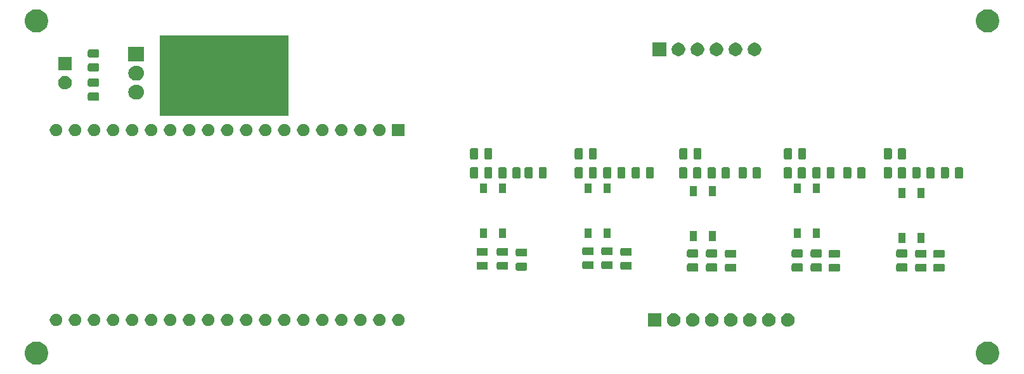
<source format=gbr>
G04 #@! TF.GenerationSoftware,KiCad,Pcbnew,(5.1.5)-3*
G04 #@! TF.CreationDate,2020-08-13T10:07:37-04:00*
G04 #@! TF.ProjectId,WifiAntSwitch,57696669-416e-4745-9377-697463682e6b,A*
G04 #@! TF.SameCoordinates,Original*
G04 #@! TF.FileFunction,Soldermask,Top*
G04 #@! TF.FilePolarity,Negative*
%FSLAX46Y46*%
G04 Gerber Fmt 4.6, Leading zero omitted, Abs format (unit mm)*
G04 Created by KiCad (PCBNEW (5.1.5)-3) date 2020-08-13 10:07:37*
%MOMM*%
%LPD*%
G04 APERTURE LIST*
%ADD10C,0.100000*%
G04 APERTURE END LIST*
D10*
G36*
X209852585Y-122938802D02*
G01*
X210002410Y-122968604D01*
X210284674Y-123085521D01*
X210538705Y-123255259D01*
X210754741Y-123471295D01*
X210924479Y-123725326D01*
X211041396Y-124007590D01*
X211101000Y-124307240D01*
X211101000Y-124612760D01*
X211041396Y-124912410D01*
X210924479Y-125194674D01*
X210754741Y-125448705D01*
X210538705Y-125664741D01*
X210284674Y-125834479D01*
X210002410Y-125951396D01*
X209852585Y-125981198D01*
X209702761Y-126011000D01*
X209397239Y-126011000D01*
X209247415Y-125981198D01*
X209097590Y-125951396D01*
X208815326Y-125834479D01*
X208561295Y-125664741D01*
X208345259Y-125448705D01*
X208175521Y-125194674D01*
X208058604Y-124912410D01*
X207999000Y-124612760D01*
X207999000Y-124307240D01*
X208058604Y-124007590D01*
X208175521Y-123725326D01*
X208345259Y-123471295D01*
X208561295Y-123255259D01*
X208815326Y-123085521D01*
X209097590Y-122968604D01*
X209247415Y-122938802D01*
X209397239Y-122909000D01*
X209702761Y-122909000D01*
X209852585Y-122938802D01*
G37*
G36*
X82852585Y-122938802D02*
G01*
X83002410Y-122968604D01*
X83284674Y-123085521D01*
X83538705Y-123255259D01*
X83754741Y-123471295D01*
X83924479Y-123725326D01*
X84041396Y-124007590D01*
X84101000Y-124307240D01*
X84101000Y-124612760D01*
X84041396Y-124912410D01*
X83924479Y-125194674D01*
X83754741Y-125448705D01*
X83538705Y-125664741D01*
X83284674Y-125834479D01*
X83002410Y-125951396D01*
X82852585Y-125981198D01*
X82702761Y-126011000D01*
X82397239Y-126011000D01*
X82247415Y-125981198D01*
X82097590Y-125951396D01*
X81815326Y-125834479D01*
X81561295Y-125664741D01*
X81345259Y-125448705D01*
X81175521Y-125194674D01*
X81058604Y-124912410D01*
X80999000Y-124612760D01*
X80999000Y-124307240D01*
X81058604Y-124007590D01*
X81175521Y-123725326D01*
X81345259Y-123471295D01*
X81561295Y-123255259D01*
X81815326Y-123085521D01*
X82097590Y-122968604D01*
X82247415Y-122938802D01*
X82397239Y-122909000D01*
X82702761Y-122909000D01*
X82852585Y-122938802D01*
G37*
G36*
X182993512Y-119118927D02*
G01*
X183142812Y-119148624D01*
X183306784Y-119216544D01*
X183454354Y-119315147D01*
X183579853Y-119440646D01*
X183678456Y-119588216D01*
X183746376Y-119752188D01*
X183781000Y-119926259D01*
X183781000Y-120103741D01*
X183746376Y-120277812D01*
X183678456Y-120441784D01*
X183579853Y-120589354D01*
X183454354Y-120714853D01*
X183306784Y-120813456D01*
X183142812Y-120881376D01*
X182993512Y-120911073D01*
X182968742Y-120916000D01*
X182791258Y-120916000D01*
X182766488Y-120911073D01*
X182617188Y-120881376D01*
X182453216Y-120813456D01*
X182305646Y-120714853D01*
X182180147Y-120589354D01*
X182081544Y-120441784D01*
X182013624Y-120277812D01*
X181979000Y-120103741D01*
X181979000Y-119926259D01*
X182013624Y-119752188D01*
X182081544Y-119588216D01*
X182180147Y-119440646D01*
X182305646Y-119315147D01*
X182453216Y-119216544D01*
X182617188Y-119148624D01*
X182766488Y-119118927D01*
X182791258Y-119114000D01*
X182968742Y-119114000D01*
X182993512Y-119118927D01*
G37*
G36*
X177913512Y-119118927D02*
G01*
X178062812Y-119148624D01*
X178226784Y-119216544D01*
X178374354Y-119315147D01*
X178499853Y-119440646D01*
X178598456Y-119588216D01*
X178666376Y-119752188D01*
X178701000Y-119926259D01*
X178701000Y-120103741D01*
X178666376Y-120277812D01*
X178598456Y-120441784D01*
X178499853Y-120589354D01*
X178374354Y-120714853D01*
X178226784Y-120813456D01*
X178062812Y-120881376D01*
X177913512Y-120911073D01*
X177888742Y-120916000D01*
X177711258Y-120916000D01*
X177686488Y-120911073D01*
X177537188Y-120881376D01*
X177373216Y-120813456D01*
X177225646Y-120714853D01*
X177100147Y-120589354D01*
X177001544Y-120441784D01*
X176933624Y-120277812D01*
X176899000Y-120103741D01*
X176899000Y-119926259D01*
X176933624Y-119752188D01*
X177001544Y-119588216D01*
X177100147Y-119440646D01*
X177225646Y-119315147D01*
X177373216Y-119216544D01*
X177537188Y-119148624D01*
X177686488Y-119118927D01*
X177711258Y-119114000D01*
X177888742Y-119114000D01*
X177913512Y-119118927D01*
G37*
G36*
X167753512Y-119118927D02*
G01*
X167902812Y-119148624D01*
X168066784Y-119216544D01*
X168214354Y-119315147D01*
X168339853Y-119440646D01*
X168438456Y-119588216D01*
X168506376Y-119752188D01*
X168541000Y-119926259D01*
X168541000Y-120103741D01*
X168506376Y-120277812D01*
X168438456Y-120441784D01*
X168339853Y-120589354D01*
X168214354Y-120714853D01*
X168066784Y-120813456D01*
X167902812Y-120881376D01*
X167753512Y-120911073D01*
X167728742Y-120916000D01*
X167551258Y-120916000D01*
X167526488Y-120911073D01*
X167377188Y-120881376D01*
X167213216Y-120813456D01*
X167065646Y-120714853D01*
X166940147Y-120589354D01*
X166841544Y-120441784D01*
X166773624Y-120277812D01*
X166739000Y-120103741D01*
X166739000Y-119926259D01*
X166773624Y-119752188D01*
X166841544Y-119588216D01*
X166940147Y-119440646D01*
X167065646Y-119315147D01*
X167213216Y-119216544D01*
X167377188Y-119148624D01*
X167526488Y-119118927D01*
X167551258Y-119114000D01*
X167728742Y-119114000D01*
X167753512Y-119118927D01*
G37*
G36*
X166001000Y-120916000D02*
G01*
X164199000Y-120916000D01*
X164199000Y-119114000D01*
X166001000Y-119114000D01*
X166001000Y-120916000D01*
G37*
G36*
X170293512Y-119118927D02*
G01*
X170442812Y-119148624D01*
X170606784Y-119216544D01*
X170754354Y-119315147D01*
X170879853Y-119440646D01*
X170978456Y-119588216D01*
X171046376Y-119752188D01*
X171081000Y-119926259D01*
X171081000Y-120103741D01*
X171046376Y-120277812D01*
X170978456Y-120441784D01*
X170879853Y-120589354D01*
X170754354Y-120714853D01*
X170606784Y-120813456D01*
X170442812Y-120881376D01*
X170293512Y-120911073D01*
X170268742Y-120916000D01*
X170091258Y-120916000D01*
X170066488Y-120911073D01*
X169917188Y-120881376D01*
X169753216Y-120813456D01*
X169605646Y-120714853D01*
X169480147Y-120589354D01*
X169381544Y-120441784D01*
X169313624Y-120277812D01*
X169279000Y-120103741D01*
X169279000Y-119926259D01*
X169313624Y-119752188D01*
X169381544Y-119588216D01*
X169480147Y-119440646D01*
X169605646Y-119315147D01*
X169753216Y-119216544D01*
X169917188Y-119148624D01*
X170066488Y-119118927D01*
X170091258Y-119114000D01*
X170268742Y-119114000D01*
X170293512Y-119118927D01*
G37*
G36*
X172833512Y-119118927D02*
G01*
X172982812Y-119148624D01*
X173146784Y-119216544D01*
X173294354Y-119315147D01*
X173419853Y-119440646D01*
X173518456Y-119588216D01*
X173586376Y-119752188D01*
X173621000Y-119926259D01*
X173621000Y-120103741D01*
X173586376Y-120277812D01*
X173518456Y-120441784D01*
X173419853Y-120589354D01*
X173294354Y-120714853D01*
X173146784Y-120813456D01*
X172982812Y-120881376D01*
X172833512Y-120911073D01*
X172808742Y-120916000D01*
X172631258Y-120916000D01*
X172606488Y-120911073D01*
X172457188Y-120881376D01*
X172293216Y-120813456D01*
X172145646Y-120714853D01*
X172020147Y-120589354D01*
X171921544Y-120441784D01*
X171853624Y-120277812D01*
X171819000Y-120103741D01*
X171819000Y-119926259D01*
X171853624Y-119752188D01*
X171921544Y-119588216D01*
X172020147Y-119440646D01*
X172145646Y-119315147D01*
X172293216Y-119216544D01*
X172457188Y-119148624D01*
X172606488Y-119118927D01*
X172631258Y-119114000D01*
X172808742Y-119114000D01*
X172833512Y-119118927D01*
G37*
G36*
X175373512Y-119118927D02*
G01*
X175522812Y-119148624D01*
X175686784Y-119216544D01*
X175834354Y-119315147D01*
X175959853Y-119440646D01*
X176058456Y-119588216D01*
X176126376Y-119752188D01*
X176161000Y-119926259D01*
X176161000Y-120103741D01*
X176126376Y-120277812D01*
X176058456Y-120441784D01*
X175959853Y-120589354D01*
X175834354Y-120714853D01*
X175686784Y-120813456D01*
X175522812Y-120881376D01*
X175373512Y-120911073D01*
X175348742Y-120916000D01*
X175171258Y-120916000D01*
X175146488Y-120911073D01*
X174997188Y-120881376D01*
X174833216Y-120813456D01*
X174685646Y-120714853D01*
X174560147Y-120589354D01*
X174461544Y-120441784D01*
X174393624Y-120277812D01*
X174359000Y-120103741D01*
X174359000Y-119926259D01*
X174393624Y-119752188D01*
X174461544Y-119588216D01*
X174560147Y-119440646D01*
X174685646Y-119315147D01*
X174833216Y-119216544D01*
X174997188Y-119148624D01*
X175146488Y-119118927D01*
X175171258Y-119114000D01*
X175348742Y-119114000D01*
X175373512Y-119118927D01*
G37*
G36*
X180453512Y-119118927D02*
G01*
X180602812Y-119148624D01*
X180766784Y-119216544D01*
X180914354Y-119315147D01*
X181039853Y-119440646D01*
X181138456Y-119588216D01*
X181206376Y-119752188D01*
X181241000Y-119926259D01*
X181241000Y-120103741D01*
X181206376Y-120277812D01*
X181138456Y-120441784D01*
X181039853Y-120589354D01*
X180914354Y-120714853D01*
X180766784Y-120813456D01*
X180602812Y-120881376D01*
X180453512Y-120911073D01*
X180428742Y-120916000D01*
X180251258Y-120916000D01*
X180226488Y-120911073D01*
X180077188Y-120881376D01*
X179913216Y-120813456D01*
X179765646Y-120714853D01*
X179640147Y-120589354D01*
X179541544Y-120441784D01*
X179473624Y-120277812D01*
X179439000Y-120103741D01*
X179439000Y-119926259D01*
X179473624Y-119752188D01*
X179541544Y-119588216D01*
X179640147Y-119440646D01*
X179765646Y-119315147D01*
X179913216Y-119216544D01*
X180077188Y-119148624D01*
X180226488Y-119118927D01*
X180251258Y-119114000D01*
X180428742Y-119114000D01*
X180453512Y-119118927D01*
G37*
G36*
X85407394Y-119215934D02*
G01*
X85558624Y-119278576D01*
X85558626Y-119278577D01*
X85694732Y-119369520D01*
X85810480Y-119485268D01*
X85901423Y-119621374D01*
X85901424Y-119621376D01*
X85964066Y-119772606D01*
X85996000Y-119933152D01*
X85996000Y-120096848D01*
X85964066Y-120257394D01*
X85901424Y-120408624D01*
X85901423Y-120408626D01*
X85810480Y-120544732D01*
X85694732Y-120660480D01*
X85558626Y-120751423D01*
X85558625Y-120751424D01*
X85558624Y-120751424D01*
X85407394Y-120814066D01*
X85246848Y-120846000D01*
X85083152Y-120846000D01*
X84922606Y-120814066D01*
X84771376Y-120751424D01*
X84771375Y-120751424D01*
X84771374Y-120751423D01*
X84635268Y-120660480D01*
X84519520Y-120544732D01*
X84428577Y-120408626D01*
X84428576Y-120408624D01*
X84365934Y-120257394D01*
X84334000Y-120096848D01*
X84334000Y-119933152D01*
X84365934Y-119772606D01*
X84428576Y-119621376D01*
X84428577Y-119621374D01*
X84519520Y-119485268D01*
X84635268Y-119369520D01*
X84771374Y-119278577D01*
X84771376Y-119278576D01*
X84922606Y-119215934D01*
X85083152Y-119184000D01*
X85246848Y-119184000D01*
X85407394Y-119215934D01*
G37*
G36*
X131127394Y-119215934D02*
G01*
X131278624Y-119278576D01*
X131278626Y-119278577D01*
X131414732Y-119369520D01*
X131530480Y-119485268D01*
X131621423Y-119621374D01*
X131621424Y-119621376D01*
X131684066Y-119772606D01*
X131716000Y-119933152D01*
X131716000Y-120096848D01*
X131684066Y-120257394D01*
X131621424Y-120408624D01*
X131621423Y-120408626D01*
X131530480Y-120544732D01*
X131414732Y-120660480D01*
X131278626Y-120751423D01*
X131278625Y-120751424D01*
X131278624Y-120751424D01*
X131127394Y-120814066D01*
X130966848Y-120846000D01*
X130803152Y-120846000D01*
X130642606Y-120814066D01*
X130491376Y-120751424D01*
X130491375Y-120751424D01*
X130491374Y-120751423D01*
X130355268Y-120660480D01*
X130239520Y-120544732D01*
X130148577Y-120408626D01*
X130148576Y-120408624D01*
X130085934Y-120257394D01*
X130054000Y-120096848D01*
X130054000Y-119933152D01*
X130085934Y-119772606D01*
X130148576Y-119621376D01*
X130148577Y-119621374D01*
X130239520Y-119485268D01*
X130355268Y-119369520D01*
X130491374Y-119278577D01*
X130491376Y-119278576D01*
X130642606Y-119215934D01*
X130803152Y-119184000D01*
X130966848Y-119184000D01*
X131127394Y-119215934D01*
G37*
G36*
X128587394Y-119215934D02*
G01*
X128738624Y-119278576D01*
X128738626Y-119278577D01*
X128874732Y-119369520D01*
X128990480Y-119485268D01*
X129081423Y-119621374D01*
X129081424Y-119621376D01*
X129144066Y-119772606D01*
X129176000Y-119933152D01*
X129176000Y-120096848D01*
X129144066Y-120257394D01*
X129081424Y-120408624D01*
X129081423Y-120408626D01*
X128990480Y-120544732D01*
X128874732Y-120660480D01*
X128738626Y-120751423D01*
X128738625Y-120751424D01*
X128738624Y-120751424D01*
X128587394Y-120814066D01*
X128426848Y-120846000D01*
X128263152Y-120846000D01*
X128102606Y-120814066D01*
X127951376Y-120751424D01*
X127951375Y-120751424D01*
X127951374Y-120751423D01*
X127815268Y-120660480D01*
X127699520Y-120544732D01*
X127608577Y-120408626D01*
X127608576Y-120408624D01*
X127545934Y-120257394D01*
X127514000Y-120096848D01*
X127514000Y-119933152D01*
X127545934Y-119772606D01*
X127608576Y-119621376D01*
X127608577Y-119621374D01*
X127699520Y-119485268D01*
X127815268Y-119369520D01*
X127951374Y-119278577D01*
X127951376Y-119278576D01*
X128102606Y-119215934D01*
X128263152Y-119184000D01*
X128426848Y-119184000D01*
X128587394Y-119215934D01*
G37*
G36*
X126047394Y-119215934D02*
G01*
X126198624Y-119278576D01*
X126198626Y-119278577D01*
X126334732Y-119369520D01*
X126450480Y-119485268D01*
X126541423Y-119621374D01*
X126541424Y-119621376D01*
X126604066Y-119772606D01*
X126636000Y-119933152D01*
X126636000Y-120096848D01*
X126604066Y-120257394D01*
X126541424Y-120408624D01*
X126541423Y-120408626D01*
X126450480Y-120544732D01*
X126334732Y-120660480D01*
X126198626Y-120751423D01*
X126198625Y-120751424D01*
X126198624Y-120751424D01*
X126047394Y-120814066D01*
X125886848Y-120846000D01*
X125723152Y-120846000D01*
X125562606Y-120814066D01*
X125411376Y-120751424D01*
X125411375Y-120751424D01*
X125411374Y-120751423D01*
X125275268Y-120660480D01*
X125159520Y-120544732D01*
X125068577Y-120408626D01*
X125068576Y-120408624D01*
X125005934Y-120257394D01*
X124974000Y-120096848D01*
X124974000Y-119933152D01*
X125005934Y-119772606D01*
X125068576Y-119621376D01*
X125068577Y-119621374D01*
X125159520Y-119485268D01*
X125275268Y-119369520D01*
X125411374Y-119278577D01*
X125411376Y-119278576D01*
X125562606Y-119215934D01*
X125723152Y-119184000D01*
X125886848Y-119184000D01*
X126047394Y-119215934D01*
G37*
G36*
X123507394Y-119215934D02*
G01*
X123658624Y-119278576D01*
X123658626Y-119278577D01*
X123794732Y-119369520D01*
X123910480Y-119485268D01*
X124001423Y-119621374D01*
X124001424Y-119621376D01*
X124064066Y-119772606D01*
X124096000Y-119933152D01*
X124096000Y-120096848D01*
X124064066Y-120257394D01*
X124001424Y-120408624D01*
X124001423Y-120408626D01*
X123910480Y-120544732D01*
X123794732Y-120660480D01*
X123658626Y-120751423D01*
X123658625Y-120751424D01*
X123658624Y-120751424D01*
X123507394Y-120814066D01*
X123346848Y-120846000D01*
X123183152Y-120846000D01*
X123022606Y-120814066D01*
X122871376Y-120751424D01*
X122871375Y-120751424D01*
X122871374Y-120751423D01*
X122735268Y-120660480D01*
X122619520Y-120544732D01*
X122528577Y-120408626D01*
X122528576Y-120408624D01*
X122465934Y-120257394D01*
X122434000Y-120096848D01*
X122434000Y-119933152D01*
X122465934Y-119772606D01*
X122528576Y-119621376D01*
X122528577Y-119621374D01*
X122619520Y-119485268D01*
X122735268Y-119369520D01*
X122871374Y-119278577D01*
X122871376Y-119278576D01*
X123022606Y-119215934D01*
X123183152Y-119184000D01*
X123346848Y-119184000D01*
X123507394Y-119215934D01*
G37*
G36*
X120967394Y-119215934D02*
G01*
X121118624Y-119278576D01*
X121118626Y-119278577D01*
X121254732Y-119369520D01*
X121370480Y-119485268D01*
X121461423Y-119621374D01*
X121461424Y-119621376D01*
X121524066Y-119772606D01*
X121556000Y-119933152D01*
X121556000Y-120096848D01*
X121524066Y-120257394D01*
X121461424Y-120408624D01*
X121461423Y-120408626D01*
X121370480Y-120544732D01*
X121254732Y-120660480D01*
X121118626Y-120751423D01*
X121118625Y-120751424D01*
X121118624Y-120751424D01*
X120967394Y-120814066D01*
X120806848Y-120846000D01*
X120643152Y-120846000D01*
X120482606Y-120814066D01*
X120331376Y-120751424D01*
X120331375Y-120751424D01*
X120331374Y-120751423D01*
X120195268Y-120660480D01*
X120079520Y-120544732D01*
X119988577Y-120408626D01*
X119988576Y-120408624D01*
X119925934Y-120257394D01*
X119894000Y-120096848D01*
X119894000Y-119933152D01*
X119925934Y-119772606D01*
X119988576Y-119621376D01*
X119988577Y-119621374D01*
X120079520Y-119485268D01*
X120195268Y-119369520D01*
X120331374Y-119278577D01*
X120331376Y-119278576D01*
X120482606Y-119215934D01*
X120643152Y-119184000D01*
X120806848Y-119184000D01*
X120967394Y-119215934D01*
G37*
G36*
X118427394Y-119215934D02*
G01*
X118578624Y-119278576D01*
X118578626Y-119278577D01*
X118714732Y-119369520D01*
X118830480Y-119485268D01*
X118921423Y-119621374D01*
X118921424Y-119621376D01*
X118984066Y-119772606D01*
X119016000Y-119933152D01*
X119016000Y-120096848D01*
X118984066Y-120257394D01*
X118921424Y-120408624D01*
X118921423Y-120408626D01*
X118830480Y-120544732D01*
X118714732Y-120660480D01*
X118578626Y-120751423D01*
X118578625Y-120751424D01*
X118578624Y-120751424D01*
X118427394Y-120814066D01*
X118266848Y-120846000D01*
X118103152Y-120846000D01*
X117942606Y-120814066D01*
X117791376Y-120751424D01*
X117791375Y-120751424D01*
X117791374Y-120751423D01*
X117655268Y-120660480D01*
X117539520Y-120544732D01*
X117448577Y-120408626D01*
X117448576Y-120408624D01*
X117385934Y-120257394D01*
X117354000Y-120096848D01*
X117354000Y-119933152D01*
X117385934Y-119772606D01*
X117448576Y-119621376D01*
X117448577Y-119621374D01*
X117539520Y-119485268D01*
X117655268Y-119369520D01*
X117791374Y-119278577D01*
X117791376Y-119278576D01*
X117942606Y-119215934D01*
X118103152Y-119184000D01*
X118266848Y-119184000D01*
X118427394Y-119215934D01*
G37*
G36*
X115887394Y-119215934D02*
G01*
X116038624Y-119278576D01*
X116038626Y-119278577D01*
X116174732Y-119369520D01*
X116290480Y-119485268D01*
X116381423Y-119621374D01*
X116381424Y-119621376D01*
X116444066Y-119772606D01*
X116476000Y-119933152D01*
X116476000Y-120096848D01*
X116444066Y-120257394D01*
X116381424Y-120408624D01*
X116381423Y-120408626D01*
X116290480Y-120544732D01*
X116174732Y-120660480D01*
X116038626Y-120751423D01*
X116038625Y-120751424D01*
X116038624Y-120751424D01*
X115887394Y-120814066D01*
X115726848Y-120846000D01*
X115563152Y-120846000D01*
X115402606Y-120814066D01*
X115251376Y-120751424D01*
X115251375Y-120751424D01*
X115251374Y-120751423D01*
X115115268Y-120660480D01*
X114999520Y-120544732D01*
X114908577Y-120408626D01*
X114908576Y-120408624D01*
X114845934Y-120257394D01*
X114814000Y-120096848D01*
X114814000Y-119933152D01*
X114845934Y-119772606D01*
X114908576Y-119621376D01*
X114908577Y-119621374D01*
X114999520Y-119485268D01*
X115115268Y-119369520D01*
X115251374Y-119278577D01*
X115251376Y-119278576D01*
X115402606Y-119215934D01*
X115563152Y-119184000D01*
X115726848Y-119184000D01*
X115887394Y-119215934D01*
G37*
G36*
X113347394Y-119215934D02*
G01*
X113498624Y-119278576D01*
X113498626Y-119278577D01*
X113634732Y-119369520D01*
X113750480Y-119485268D01*
X113841423Y-119621374D01*
X113841424Y-119621376D01*
X113904066Y-119772606D01*
X113936000Y-119933152D01*
X113936000Y-120096848D01*
X113904066Y-120257394D01*
X113841424Y-120408624D01*
X113841423Y-120408626D01*
X113750480Y-120544732D01*
X113634732Y-120660480D01*
X113498626Y-120751423D01*
X113498625Y-120751424D01*
X113498624Y-120751424D01*
X113347394Y-120814066D01*
X113186848Y-120846000D01*
X113023152Y-120846000D01*
X112862606Y-120814066D01*
X112711376Y-120751424D01*
X112711375Y-120751424D01*
X112711374Y-120751423D01*
X112575268Y-120660480D01*
X112459520Y-120544732D01*
X112368577Y-120408626D01*
X112368576Y-120408624D01*
X112305934Y-120257394D01*
X112274000Y-120096848D01*
X112274000Y-119933152D01*
X112305934Y-119772606D01*
X112368576Y-119621376D01*
X112368577Y-119621374D01*
X112459520Y-119485268D01*
X112575268Y-119369520D01*
X112711374Y-119278577D01*
X112711376Y-119278576D01*
X112862606Y-119215934D01*
X113023152Y-119184000D01*
X113186848Y-119184000D01*
X113347394Y-119215934D01*
G37*
G36*
X105727394Y-119215934D02*
G01*
X105878624Y-119278576D01*
X105878626Y-119278577D01*
X106014732Y-119369520D01*
X106130480Y-119485268D01*
X106221423Y-119621374D01*
X106221424Y-119621376D01*
X106284066Y-119772606D01*
X106316000Y-119933152D01*
X106316000Y-120096848D01*
X106284066Y-120257394D01*
X106221424Y-120408624D01*
X106221423Y-120408626D01*
X106130480Y-120544732D01*
X106014732Y-120660480D01*
X105878626Y-120751423D01*
X105878625Y-120751424D01*
X105878624Y-120751424D01*
X105727394Y-120814066D01*
X105566848Y-120846000D01*
X105403152Y-120846000D01*
X105242606Y-120814066D01*
X105091376Y-120751424D01*
X105091375Y-120751424D01*
X105091374Y-120751423D01*
X104955268Y-120660480D01*
X104839520Y-120544732D01*
X104748577Y-120408626D01*
X104748576Y-120408624D01*
X104685934Y-120257394D01*
X104654000Y-120096848D01*
X104654000Y-119933152D01*
X104685934Y-119772606D01*
X104748576Y-119621376D01*
X104748577Y-119621374D01*
X104839520Y-119485268D01*
X104955268Y-119369520D01*
X105091374Y-119278577D01*
X105091376Y-119278576D01*
X105242606Y-119215934D01*
X105403152Y-119184000D01*
X105566848Y-119184000D01*
X105727394Y-119215934D01*
G37*
G36*
X103187394Y-119215934D02*
G01*
X103338624Y-119278576D01*
X103338626Y-119278577D01*
X103474732Y-119369520D01*
X103590480Y-119485268D01*
X103681423Y-119621374D01*
X103681424Y-119621376D01*
X103744066Y-119772606D01*
X103776000Y-119933152D01*
X103776000Y-120096848D01*
X103744066Y-120257394D01*
X103681424Y-120408624D01*
X103681423Y-120408626D01*
X103590480Y-120544732D01*
X103474732Y-120660480D01*
X103338626Y-120751423D01*
X103338625Y-120751424D01*
X103338624Y-120751424D01*
X103187394Y-120814066D01*
X103026848Y-120846000D01*
X102863152Y-120846000D01*
X102702606Y-120814066D01*
X102551376Y-120751424D01*
X102551375Y-120751424D01*
X102551374Y-120751423D01*
X102415268Y-120660480D01*
X102299520Y-120544732D01*
X102208577Y-120408626D01*
X102208576Y-120408624D01*
X102145934Y-120257394D01*
X102114000Y-120096848D01*
X102114000Y-119933152D01*
X102145934Y-119772606D01*
X102208576Y-119621376D01*
X102208577Y-119621374D01*
X102299520Y-119485268D01*
X102415268Y-119369520D01*
X102551374Y-119278577D01*
X102551376Y-119278576D01*
X102702606Y-119215934D01*
X102863152Y-119184000D01*
X103026848Y-119184000D01*
X103187394Y-119215934D01*
G37*
G36*
X100647394Y-119215934D02*
G01*
X100798624Y-119278576D01*
X100798626Y-119278577D01*
X100934732Y-119369520D01*
X101050480Y-119485268D01*
X101141423Y-119621374D01*
X101141424Y-119621376D01*
X101204066Y-119772606D01*
X101236000Y-119933152D01*
X101236000Y-120096848D01*
X101204066Y-120257394D01*
X101141424Y-120408624D01*
X101141423Y-120408626D01*
X101050480Y-120544732D01*
X100934732Y-120660480D01*
X100798626Y-120751423D01*
X100798625Y-120751424D01*
X100798624Y-120751424D01*
X100647394Y-120814066D01*
X100486848Y-120846000D01*
X100323152Y-120846000D01*
X100162606Y-120814066D01*
X100011376Y-120751424D01*
X100011375Y-120751424D01*
X100011374Y-120751423D01*
X99875268Y-120660480D01*
X99759520Y-120544732D01*
X99668577Y-120408626D01*
X99668576Y-120408624D01*
X99605934Y-120257394D01*
X99574000Y-120096848D01*
X99574000Y-119933152D01*
X99605934Y-119772606D01*
X99668576Y-119621376D01*
X99668577Y-119621374D01*
X99759520Y-119485268D01*
X99875268Y-119369520D01*
X100011374Y-119278577D01*
X100011376Y-119278576D01*
X100162606Y-119215934D01*
X100323152Y-119184000D01*
X100486848Y-119184000D01*
X100647394Y-119215934D01*
G37*
G36*
X98107394Y-119215934D02*
G01*
X98258624Y-119278576D01*
X98258626Y-119278577D01*
X98394732Y-119369520D01*
X98510480Y-119485268D01*
X98601423Y-119621374D01*
X98601424Y-119621376D01*
X98664066Y-119772606D01*
X98696000Y-119933152D01*
X98696000Y-120096848D01*
X98664066Y-120257394D01*
X98601424Y-120408624D01*
X98601423Y-120408626D01*
X98510480Y-120544732D01*
X98394732Y-120660480D01*
X98258626Y-120751423D01*
X98258625Y-120751424D01*
X98258624Y-120751424D01*
X98107394Y-120814066D01*
X97946848Y-120846000D01*
X97783152Y-120846000D01*
X97622606Y-120814066D01*
X97471376Y-120751424D01*
X97471375Y-120751424D01*
X97471374Y-120751423D01*
X97335268Y-120660480D01*
X97219520Y-120544732D01*
X97128577Y-120408626D01*
X97128576Y-120408624D01*
X97065934Y-120257394D01*
X97034000Y-120096848D01*
X97034000Y-119933152D01*
X97065934Y-119772606D01*
X97128576Y-119621376D01*
X97128577Y-119621374D01*
X97219520Y-119485268D01*
X97335268Y-119369520D01*
X97471374Y-119278577D01*
X97471376Y-119278576D01*
X97622606Y-119215934D01*
X97783152Y-119184000D01*
X97946848Y-119184000D01*
X98107394Y-119215934D01*
G37*
G36*
X95567394Y-119215934D02*
G01*
X95718624Y-119278576D01*
X95718626Y-119278577D01*
X95854732Y-119369520D01*
X95970480Y-119485268D01*
X96061423Y-119621374D01*
X96061424Y-119621376D01*
X96124066Y-119772606D01*
X96156000Y-119933152D01*
X96156000Y-120096848D01*
X96124066Y-120257394D01*
X96061424Y-120408624D01*
X96061423Y-120408626D01*
X95970480Y-120544732D01*
X95854732Y-120660480D01*
X95718626Y-120751423D01*
X95718625Y-120751424D01*
X95718624Y-120751424D01*
X95567394Y-120814066D01*
X95406848Y-120846000D01*
X95243152Y-120846000D01*
X95082606Y-120814066D01*
X94931376Y-120751424D01*
X94931375Y-120751424D01*
X94931374Y-120751423D01*
X94795268Y-120660480D01*
X94679520Y-120544732D01*
X94588577Y-120408626D01*
X94588576Y-120408624D01*
X94525934Y-120257394D01*
X94494000Y-120096848D01*
X94494000Y-119933152D01*
X94525934Y-119772606D01*
X94588576Y-119621376D01*
X94588577Y-119621374D01*
X94679520Y-119485268D01*
X94795268Y-119369520D01*
X94931374Y-119278577D01*
X94931376Y-119278576D01*
X95082606Y-119215934D01*
X95243152Y-119184000D01*
X95406848Y-119184000D01*
X95567394Y-119215934D01*
G37*
G36*
X93027394Y-119215934D02*
G01*
X93178624Y-119278576D01*
X93178626Y-119278577D01*
X93314732Y-119369520D01*
X93430480Y-119485268D01*
X93521423Y-119621374D01*
X93521424Y-119621376D01*
X93584066Y-119772606D01*
X93616000Y-119933152D01*
X93616000Y-120096848D01*
X93584066Y-120257394D01*
X93521424Y-120408624D01*
X93521423Y-120408626D01*
X93430480Y-120544732D01*
X93314732Y-120660480D01*
X93178626Y-120751423D01*
X93178625Y-120751424D01*
X93178624Y-120751424D01*
X93027394Y-120814066D01*
X92866848Y-120846000D01*
X92703152Y-120846000D01*
X92542606Y-120814066D01*
X92391376Y-120751424D01*
X92391375Y-120751424D01*
X92391374Y-120751423D01*
X92255268Y-120660480D01*
X92139520Y-120544732D01*
X92048577Y-120408626D01*
X92048576Y-120408624D01*
X91985934Y-120257394D01*
X91954000Y-120096848D01*
X91954000Y-119933152D01*
X91985934Y-119772606D01*
X92048576Y-119621376D01*
X92048577Y-119621374D01*
X92139520Y-119485268D01*
X92255268Y-119369520D01*
X92391374Y-119278577D01*
X92391376Y-119278576D01*
X92542606Y-119215934D01*
X92703152Y-119184000D01*
X92866848Y-119184000D01*
X93027394Y-119215934D01*
G37*
G36*
X90487394Y-119215934D02*
G01*
X90638624Y-119278576D01*
X90638626Y-119278577D01*
X90774732Y-119369520D01*
X90890480Y-119485268D01*
X90981423Y-119621374D01*
X90981424Y-119621376D01*
X91044066Y-119772606D01*
X91076000Y-119933152D01*
X91076000Y-120096848D01*
X91044066Y-120257394D01*
X90981424Y-120408624D01*
X90981423Y-120408626D01*
X90890480Y-120544732D01*
X90774732Y-120660480D01*
X90638626Y-120751423D01*
X90638625Y-120751424D01*
X90638624Y-120751424D01*
X90487394Y-120814066D01*
X90326848Y-120846000D01*
X90163152Y-120846000D01*
X90002606Y-120814066D01*
X89851376Y-120751424D01*
X89851375Y-120751424D01*
X89851374Y-120751423D01*
X89715268Y-120660480D01*
X89599520Y-120544732D01*
X89508577Y-120408626D01*
X89508576Y-120408624D01*
X89445934Y-120257394D01*
X89414000Y-120096848D01*
X89414000Y-119933152D01*
X89445934Y-119772606D01*
X89508576Y-119621376D01*
X89508577Y-119621374D01*
X89599520Y-119485268D01*
X89715268Y-119369520D01*
X89851374Y-119278577D01*
X89851376Y-119278576D01*
X90002606Y-119215934D01*
X90163152Y-119184000D01*
X90326848Y-119184000D01*
X90487394Y-119215934D01*
G37*
G36*
X87947394Y-119215934D02*
G01*
X88098624Y-119278576D01*
X88098626Y-119278577D01*
X88234732Y-119369520D01*
X88350480Y-119485268D01*
X88441423Y-119621374D01*
X88441424Y-119621376D01*
X88504066Y-119772606D01*
X88536000Y-119933152D01*
X88536000Y-120096848D01*
X88504066Y-120257394D01*
X88441424Y-120408624D01*
X88441423Y-120408626D01*
X88350480Y-120544732D01*
X88234732Y-120660480D01*
X88098626Y-120751423D01*
X88098625Y-120751424D01*
X88098624Y-120751424D01*
X87947394Y-120814066D01*
X87786848Y-120846000D01*
X87623152Y-120846000D01*
X87462606Y-120814066D01*
X87311376Y-120751424D01*
X87311375Y-120751424D01*
X87311374Y-120751423D01*
X87175268Y-120660480D01*
X87059520Y-120544732D01*
X86968577Y-120408626D01*
X86968576Y-120408624D01*
X86905934Y-120257394D01*
X86874000Y-120096848D01*
X86874000Y-119933152D01*
X86905934Y-119772606D01*
X86968576Y-119621376D01*
X86968577Y-119621374D01*
X87059520Y-119485268D01*
X87175268Y-119369520D01*
X87311374Y-119278577D01*
X87311376Y-119278576D01*
X87462606Y-119215934D01*
X87623152Y-119184000D01*
X87786848Y-119184000D01*
X87947394Y-119215934D01*
G37*
G36*
X110807394Y-119215934D02*
G01*
X110958624Y-119278576D01*
X110958626Y-119278577D01*
X111094732Y-119369520D01*
X111210480Y-119485268D01*
X111301423Y-119621374D01*
X111301424Y-119621376D01*
X111364066Y-119772606D01*
X111396000Y-119933152D01*
X111396000Y-120096848D01*
X111364066Y-120257394D01*
X111301424Y-120408624D01*
X111301423Y-120408626D01*
X111210480Y-120544732D01*
X111094732Y-120660480D01*
X110958626Y-120751423D01*
X110958625Y-120751424D01*
X110958624Y-120751424D01*
X110807394Y-120814066D01*
X110646848Y-120846000D01*
X110483152Y-120846000D01*
X110322606Y-120814066D01*
X110171376Y-120751424D01*
X110171375Y-120751424D01*
X110171374Y-120751423D01*
X110035268Y-120660480D01*
X109919520Y-120544732D01*
X109828577Y-120408626D01*
X109828576Y-120408624D01*
X109765934Y-120257394D01*
X109734000Y-120096848D01*
X109734000Y-119933152D01*
X109765934Y-119772606D01*
X109828576Y-119621376D01*
X109828577Y-119621374D01*
X109919520Y-119485268D01*
X110035268Y-119369520D01*
X110171374Y-119278577D01*
X110171376Y-119278576D01*
X110322606Y-119215934D01*
X110483152Y-119184000D01*
X110646848Y-119184000D01*
X110807394Y-119215934D01*
G37*
G36*
X108267394Y-119215934D02*
G01*
X108418624Y-119278576D01*
X108418626Y-119278577D01*
X108554732Y-119369520D01*
X108670480Y-119485268D01*
X108761423Y-119621374D01*
X108761424Y-119621376D01*
X108824066Y-119772606D01*
X108856000Y-119933152D01*
X108856000Y-120096848D01*
X108824066Y-120257394D01*
X108761424Y-120408624D01*
X108761423Y-120408626D01*
X108670480Y-120544732D01*
X108554732Y-120660480D01*
X108418626Y-120751423D01*
X108418625Y-120751424D01*
X108418624Y-120751424D01*
X108267394Y-120814066D01*
X108106848Y-120846000D01*
X107943152Y-120846000D01*
X107782606Y-120814066D01*
X107631376Y-120751424D01*
X107631375Y-120751424D01*
X107631374Y-120751423D01*
X107495268Y-120660480D01*
X107379520Y-120544732D01*
X107288577Y-120408626D01*
X107288576Y-120408624D01*
X107225934Y-120257394D01*
X107194000Y-120096848D01*
X107194000Y-119933152D01*
X107225934Y-119772606D01*
X107288576Y-119621376D01*
X107288577Y-119621374D01*
X107379520Y-119485268D01*
X107495268Y-119369520D01*
X107631374Y-119278577D01*
X107631376Y-119278576D01*
X107782606Y-119215934D01*
X107943152Y-119184000D01*
X108106848Y-119184000D01*
X108267394Y-119215934D01*
G37*
G36*
X175844468Y-112496065D02*
G01*
X175883138Y-112507796D01*
X175918777Y-112526846D01*
X175950017Y-112552483D01*
X175975654Y-112583723D01*
X175994704Y-112619362D01*
X176006435Y-112658032D01*
X176011000Y-112704388D01*
X176011000Y-113355612D01*
X176006435Y-113401968D01*
X175994704Y-113440638D01*
X175975654Y-113476277D01*
X175950017Y-113507517D01*
X175918777Y-113533154D01*
X175883138Y-113552204D01*
X175844468Y-113563935D01*
X175798112Y-113568500D01*
X174721888Y-113568500D01*
X174675532Y-113563935D01*
X174636862Y-113552204D01*
X174601223Y-113533154D01*
X174569983Y-113507517D01*
X174544346Y-113476277D01*
X174525296Y-113440638D01*
X174513565Y-113401968D01*
X174509000Y-113355612D01*
X174509000Y-112704388D01*
X174513565Y-112658032D01*
X174525296Y-112619362D01*
X174544346Y-112583723D01*
X174569983Y-112552483D01*
X174601223Y-112526846D01*
X174636862Y-112507796D01*
X174675532Y-112496065D01*
X174721888Y-112491500D01*
X175798112Y-112491500D01*
X175844468Y-112496065D01*
G37*
G36*
X203657468Y-112496065D02*
G01*
X203696138Y-112507796D01*
X203731777Y-112526846D01*
X203763017Y-112552483D01*
X203788654Y-112583723D01*
X203807704Y-112619362D01*
X203819435Y-112658032D01*
X203824000Y-112704388D01*
X203824000Y-113355612D01*
X203819435Y-113401968D01*
X203807704Y-113440638D01*
X203788654Y-113476277D01*
X203763017Y-113507517D01*
X203731777Y-113533154D01*
X203696138Y-113552204D01*
X203657468Y-113563935D01*
X203611112Y-113568500D01*
X202534888Y-113568500D01*
X202488532Y-113563935D01*
X202449862Y-113552204D01*
X202414223Y-113533154D01*
X202382983Y-113507517D01*
X202357346Y-113476277D01*
X202338296Y-113440638D01*
X202326565Y-113401968D01*
X202322000Y-113355612D01*
X202322000Y-112704388D01*
X202326565Y-112658032D01*
X202338296Y-112619362D01*
X202357346Y-112583723D01*
X202382983Y-112552483D01*
X202414223Y-112526846D01*
X202449862Y-112507796D01*
X202488532Y-112496065D01*
X202534888Y-112491500D01*
X203611112Y-112491500D01*
X203657468Y-112496065D01*
G37*
G36*
X201244468Y-112496065D02*
G01*
X201283138Y-112507796D01*
X201318777Y-112526846D01*
X201350017Y-112552483D01*
X201375654Y-112583723D01*
X201394704Y-112619362D01*
X201406435Y-112658032D01*
X201411000Y-112704388D01*
X201411000Y-113355612D01*
X201406435Y-113401968D01*
X201394704Y-113440638D01*
X201375654Y-113476277D01*
X201350017Y-113507517D01*
X201318777Y-113533154D01*
X201283138Y-113552204D01*
X201244468Y-113563935D01*
X201198112Y-113568500D01*
X200121888Y-113568500D01*
X200075532Y-113563935D01*
X200036862Y-113552204D01*
X200001223Y-113533154D01*
X199969983Y-113507517D01*
X199944346Y-113476277D01*
X199925296Y-113440638D01*
X199913565Y-113401968D01*
X199909000Y-113355612D01*
X199909000Y-112704388D01*
X199913565Y-112658032D01*
X199925296Y-112619362D01*
X199944346Y-112583723D01*
X199969983Y-112552483D01*
X200001223Y-112526846D01*
X200036862Y-112507796D01*
X200075532Y-112496065D01*
X200121888Y-112491500D01*
X201198112Y-112491500D01*
X201244468Y-112496065D01*
G37*
G36*
X189687468Y-112496065D02*
G01*
X189726138Y-112507796D01*
X189761777Y-112526846D01*
X189793017Y-112552483D01*
X189818654Y-112583723D01*
X189837704Y-112619362D01*
X189849435Y-112658032D01*
X189854000Y-112704388D01*
X189854000Y-113355612D01*
X189849435Y-113401968D01*
X189837704Y-113440638D01*
X189818654Y-113476277D01*
X189793017Y-113507517D01*
X189761777Y-113533154D01*
X189726138Y-113552204D01*
X189687468Y-113563935D01*
X189641112Y-113568500D01*
X188564888Y-113568500D01*
X188518532Y-113563935D01*
X188479862Y-113552204D01*
X188444223Y-113533154D01*
X188412983Y-113507517D01*
X188387346Y-113476277D01*
X188368296Y-113440638D01*
X188356565Y-113401968D01*
X188352000Y-113355612D01*
X188352000Y-112704388D01*
X188356565Y-112658032D01*
X188368296Y-112619362D01*
X188387346Y-112583723D01*
X188412983Y-112552483D01*
X188444223Y-112526846D01*
X188479862Y-112507796D01*
X188518532Y-112496065D01*
X188564888Y-112491500D01*
X189641112Y-112491500D01*
X189687468Y-112496065D01*
G37*
G36*
X173304468Y-112466065D02*
G01*
X173343138Y-112477796D01*
X173378777Y-112496846D01*
X173410017Y-112522483D01*
X173435654Y-112553723D01*
X173454704Y-112589362D01*
X173466435Y-112628032D01*
X173471000Y-112674388D01*
X173471000Y-113325612D01*
X173466435Y-113371968D01*
X173454704Y-113410638D01*
X173435654Y-113446277D01*
X173410017Y-113477517D01*
X173378777Y-113503154D01*
X173343138Y-113522204D01*
X173304468Y-113533935D01*
X173258112Y-113538500D01*
X172181888Y-113538500D01*
X172135532Y-113533935D01*
X172096862Y-113522204D01*
X172061223Y-113503154D01*
X172029983Y-113477517D01*
X172004346Y-113446277D01*
X171985296Y-113410638D01*
X171973565Y-113371968D01*
X171969000Y-113325612D01*
X171969000Y-112674388D01*
X171973565Y-112628032D01*
X171985296Y-112589362D01*
X172004346Y-112553723D01*
X172029983Y-112522483D01*
X172061223Y-112496846D01*
X172096862Y-112477796D01*
X172135532Y-112466065D01*
X172181888Y-112461500D01*
X173258112Y-112461500D01*
X173304468Y-112466065D01*
G37*
G36*
X184734468Y-112466065D02*
G01*
X184773138Y-112477796D01*
X184808777Y-112496846D01*
X184840017Y-112522483D01*
X184865654Y-112553723D01*
X184884704Y-112589362D01*
X184896435Y-112628032D01*
X184901000Y-112674388D01*
X184901000Y-113325612D01*
X184896435Y-113371968D01*
X184884704Y-113410638D01*
X184865654Y-113446277D01*
X184840017Y-113477517D01*
X184808777Y-113503154D01*
X184773138Y-113522204D01*
X184734468Y-113533935D01*
X184688112Y-113538500D01*
X183611888Y-113538500D01*
X183565532Y-113533935D01*
X183526862Y-113522204D01*
X183491223Y-113503154D01*
X183459983Y-113477517D01*
X183434346Y-113446277D01*
X183415296Y-113410638D01*
X183403565Y-113371968D01*
X183399000Y-113325612D01*
X183399000Y-112674388D01*
X183403565Y-112628032D01*
X183415296Y-112589362D01*
X183434346Y-112553723D01*
X183459983Y-112522483D01*
X183491223Y-112496846D01*
X183526862Y-112477796D01*
X183565532Y-112466065D01*
X183611888Y-112461500D01*
X184688112Y-112461500D01*
X184734468Y-112466065D01*
G37*
G36*
X170764468Y-112466065D02*
G01*
X170803138Y-112477796D01*
X170838777Y-112496846D01*
X170870017Y-112522483D01*
X170895654Y-112553723D01*
X170914704Y-112589362D01*
X170926435Y-112628032D01*
X170931000Y-112674388D01*
X170931000Y-113325612D01*
X170926435Y-113371968D01*
X170914704Y-113410638D01*
X170895654Y-113446277D01*
X170870017Y-113477517D01*
X170838777Y-113503154D01*
X170803138Y-113522204D01*
X170764468Y-113533935D01*
X170718112Y-113538500D01*
X169641888Y-113538500D01*
X169595532Y-113533935D01*
X169556862Y-113522204D01*
X169521223Y-113503154D01*
X169489983Y-113477517D01*
X169464346Y-113446277D01*
X169445296Y-113410638D01*
X169433565Y-113371968D01*
X169429000Y-113325612D01*
X169429000Y-112674388D01*
X169433565Y-112628032D01*
X169445296Y-112589362D01*
X169464346Y-112553723D01*
X169489983Y-112522483D01*
X169521223Y-112496846D01*
X169556862Y-112477796D01*
X169595532Y-112466065D01*
X169641888Y-112461500D01*
X170718112Y-112461500D01*
X170764468Y-112466065D01*
G37*
G36*
X198704468Y-112466065D02*
G01*
X198743138Y-112477796D01*
X198778777Y-112496846D01*
X198810017Y-112522483D01*
X198835654Y-112553723D01*
X198854704Y-112589362D01*
X198866435Y-112628032D01*
X198871000Y-112674388D01*
X198871000Y-113325612D01*
X198866435Y-113371968D01*
X198854704Y-113410638D01*
X198835654Y-113446277D01*
X198810017Y-113477517D01*
X198778777Y-113503154D01*
X198743138Y-113522204D01*
X198704468Y-113533935D01*
X198658112Y-113538500D01*
X197581888Y-113538500D01*
X197535532Y-113533935D01*
X197496862Y-113522204D01*
X197461223Y-113503154D01*
X197429983Y-113477517D01*
X197404346Y-113446277D01*
X197385296Y-113410638D01*
X197373565Y-113371968D01*
X197369000Y-113325612D01*
X197369000Y-112674388D01*
X197373565Y-112628032D01*
X197385296Y-112589362D01*
X197404346Y-112553723D01*
X197429983Y-112522483D01*
X197461223Y-112496846D01*
X197496862Y-112477796D01*
X197535532Y-112466065D01*
X197581888Y-112461500D01*
X198658112Y-112461500D01*
X198704468Y-112466065D01*
G37*
G36*
X187274468Y-112466065D02*
G01*
X187313138Y-112477796D01*
X187348777Y-112496846D01*
X187380017Y-112522483D01*
X187405654Y-112553723D01*
X187424704Y-112589362D01*
X187436435Y-112628032D01*
X187441000Y-112674388D01*
X187441000Y-113325612D01*
X187436435Y-113371968D01*
X187424704Y-113410638D01*
X187405654Y-113446277D01*
X187380017Y-113477517D01*
X187348777Y-113503154D01*
X187313138Y-113522204D01*
X187274468Y-113533935D01*
X187228112Y-113538500D01*
X186151888Y-113538500D01*
X186105532Y-113533935D01*
X186066862Y-113522204D01*
X186031223Y-113503154D01*
X185999983Y-113477517D01*
X185974346Y-113446277D01*
X185955296Y-113410638D01*
X185943565Y-113371968D01*
X185939000Y-113325612D01*
X185939000Y-112674388D01*
X185943565Y-112628032D01*
X185955296Y-112589362D01*
X185974346Y-112553723D01*
X185999983Y-112522483D01*
X186031223Y-112496846D01*
X186066862Y-112477796D01*
X186105532Y-112466065D01*
X186151888Y-112461500D01*
X187228112Y-112461500D01*
X187274468Y-112466065D01*
G37*
G36*
X147904468Y-112339065D02*
G01*
X147943138Y-112350796D01*
X147978777Y-112369846D01*
X148010017Y-112395483D01*
X148035654Y-112426723D01*
X148054704Y-112462362D01*
X148066435Y-112501032D01*
X148071000Y-112547388D01*
X148071000Y-113198612D01*
X148066435Y-113244968D01*
X148054704Y-113283638D01*
X148035654Y-113319277D01*
X148010017Y-113350517D01*
X147978777Y-113376154D01*
X147943138Y-113395204D01*
X147904468Y-113406935D01*
X147858112Y-113411500D01*
X146781888Y-113411500D01*
X146735532Y-113406935D01*
X146696862Y-113395204D01*
X146661223Y-113376154D01*
X146629983Y-113350517D01*
X146604346Y-113319277D01*
X146585296Y-113283638D01*
X146573565Y-113244968D01*
X146569000Y-113198612D01*
X146569000Y-112547388D01*
X146573565Y-112501032D01*
X146585296Y-112462362D01*
X146604346Y-112426723D01*
X146629983Y-112395483D01*
X146661223Y-112369846D01*
X146696862Y-112350796D01*
X146735532Y-112339065D01*
X146781888Y-112334500D01*
X147858112Y-112334500D01*
X147904468Y-112339065D01*
G37*
G36*
X145364468Y-112248565D02*
G01*
X145403138Y-112260296D01*
X145438777Y-112279346D01*
X145470017Y-112304983D01*
X145495654Y-112336223D01*
X145514704Y-112371862D01*
X145526435Y-112410532D01*
X145531000Y-112456888D01*
X145531000Y-113108112D01*
X145526435Y-113154468D01*
X145514704Y-113193138D01*
X145495654Y-113228777D01*
X145470017Y-113260017D01*
X145438777Y-113285654D01*
X145403138Y-113304704D01*
X145364468Y-113316435D01*
X145318112Y-113321000D01*
X144241888Y-113321000D01*
X144195532Y-113316435D01*
X144156862Y-113304704D01*
X144121223Y-113285654D01*
X144089983Y-113260017D01*
X144064346Y-113228777D01*
X144045296Y-113193138D01*
X144033565Y-113154468D01*
X144029000Y-113108112D01*
X144029000Y-112456888D01*
X144033565Y-112410532D01*
X144045296Y-112371862D01*
X144064346Y-112336223D01*
X144089983Y-112304983D01*
X144121223Y-112279346D01*
X144156862Y-112260296D01*
X144195532Y-112248565D01*
X144241888Y-112244000D01*
X145318112Y-112244000D01*
X145364468Y-112248565D01*
G37*
G36*
X142669468Y-112248565D02*
G01*
X142708138Y-112260296D01*
X142743777Y-112279346D01*
X142775017Y-112304983D01*
X142800654Y-112336223D01*
X142819704Y-112371862D01*
X142831435Y-112410532D01*
X142836000Y-112456888D01*
X142836000Y-113108112D01*
X142831435Y-113154468D01*
X142819704Y-113193138D01*
X142800654Y-113228777D01*
X142775017Y-113260017D01*
X142743777Y-113285654D01*
X142708138Y-113304704D01*
X142669468Y-113316435D01*
X142623112Y-113321000D01*
X141546888Y-113321000D01*
X141500532Y-113316435D01*
X141461862Y-113304704D01*
X141426223Y-113285654D01*
X141394983Y-113260017D01*
X141369346Y-113228777D01*
X141350296Y-113193138D01*
X141338565Y-113154468D01*
X141334000Y-113108112D01*
X141334000Y-112456888D01*
X141338565Y-112410532D01*
X141350296Y-112371862D01*
X141369346Y-112336223D01*
X141394983Y-112304983D01*
X141426223Y-112279346D01*
X141461862Y-112260296D01*
X141500532Y-112248565D01*
X141546888Y-112244000D01*
X142623112Y-112244000D01*
X142669468Y-112248565D01*
G37*
G36*
X161874468Y-112242065D02*
G01*
X161913138Y-112253796D01*
X161948777Y-112272846D01*
X161980017Y-112298483D01*
X162005654Y-112329723D01*
X162024704Y-112365362D01*
X162036435Y-112404032D01*
X162041000Y-112450388D01*
X162041000Y-113101612D01*
X162036435Y-113147968D01*
X162024704Y-113186638D01*
X162005654Y-113222277D01*
X161980017Y-113253517D01*
X161948777Y-113279154D01*
X161913138Y-113298204D01*
X161874468Y-113309935D01*
X161828112Y-113314500D01*
X160751888Y-113314500D01*
X160705532Y-113309935D01*
X160666862Y-113298204D01*
X160631223Y-113279154D01*
X160599983Y-113253517D01*
X160574346Y-113222277D01*
X160555296Y-113186638D01*
X160543565Y-113147968D01*
X160539000Y-113101612D01*
X160539000Y-112450388D01*
X160543565Y-112404032D01*
X160555296Y-112365362D01*
X160574346Y-112329723D01*
X160599983Y-112298483D01*
X160631223Y-112272846D01*
X160666862Y-112253796D01*
X160705532Y-112242065D01*
X160751888Y-112237500D01*
X161828112Y-112237500D01*
X161874468Y-112242065D01*
G37*
G36*
X159334468Y-112163565D02*
G01*
X159373138Y-112175296D01*
X159408777Y-112194346D01*
X159440017Y-112219983D01*
X159465654Y-112251223D01*
X159484704Y-112286862D01*
X159496435Y-112325532D01*
X159501000Y-112371888D01*
X159501000Y-113023112D01*
X159496435Y-113069468D01*
X159484704Y-113108138D01*
X159465654Y-113143777D01*
X159440017Y-113175017D01*
X159408777Y-113200654D01*
X159373138Y-113219704D01*
X159334468Y-113231435D01*
X159288112Y-113236000D01*
X158211888Y-113236000D01*
X158165532Y-113231435D01*
X158126862Y-113219704D01*
X158091223Y-113200654D01*
X158059983Y-113175017D01*
X158034346Y-113143777D01*
X158015296Y-113108138D01*
X158003565Y-113069468D01*
X157999000Y-113023112D01*
X157999000Y-112371888D01*
X158003565Y-112325532D01*
X158015296Y-112286862D01*
X158034346Y-112251223D01*
X158059983Y-112219983D01*
X158091223Y-112194346D01*
X158126862Y-112175296D01*
X158165532Y-112163565D01*
X158211888Y-112159000D01*
X159288112Y-112159000D01*
X159334468Y-112163565D01*
G37*
G36*
X156794468Y-112163565D02*
G01*
X156833138Y-112175296D01*
X156868777Y-112194346D01*
X156900017Y-112219983D01*
X156925654Y-112251223D01*
X156944704Y-112286862D01*
X156956435Y-112325532D01*
X156961000Y-112371888D01*
X156961000Y-113023112D01*
X156956435Y-113069468D01*
X156944704Y-113108138D01*
X156925654Y-113143777D01*
X156900017Y-113175017D01*
X156868777Y-113200654D01*
X156833138Y-113219704D01*
X156794468Y-113231435D01*
X156748112Y-113236000D01*
X155671888Y-113236000D01*
X155625532Y-113231435D01*
X155586862Y-113219704D01*
X155551223Y-113200654D01*
X155519983Y-113175017D01*
X155494346Y-113143777D01*
X155475296Y-113108138D01*
X155463565Y-113069468D01*
X155459000Y-113023112D01*
X155459000Y-112371888D01*
X155463565Y-112325532D01*
X155475296Y-112286862D01*
X155494346Y-112251223D01*
X155519983Y-112219983D01*
X155551223Y-112194346D01*
X155586862Y-112175296D01*
X155625532Y-112163565D01*
X155671888Y-112159000D01*
X156748112Y-112159000D01*
X156794468Y-112163565D01*
G37*
G36*
X203657468Y-110621065D02*
G01*
X203696138Y-110632796D01*
X203731777Y-110651846D01*
X203763017Y-110677483D01*
X203788654Y-110708723D01*
X203807704Y-110744362D01*
X203819435Y-110783032D01*
X203824000Y-110829388D01*
X203824000Y-111480612D01*
X203819435Y-111526968D01*
X203807704Y-111565638D01*
X203788654Y-111601277D01*
X203763017Y-111632517D01*
X203731777Y-111658154D01*
X203696138Y-111677204D01*
X203657468Y-111688935D01*
X203611112Y-111693500D01*
X202534888Y-111693500D01*
X202488532Y-111688935D01*
X202449862Y-111677204D01*
X202414223Y-111658154D01*
X202382983Y-111632517D01*
X202357346Y-111601277D01*
X202338296Y-111565638D01*
X202326565Y-111526968D01*
X202322000Y-111480612D01*
X202322000Y-110829388D01*
X202326565Y-110783032D01*
X202338296Y-110744362D01*
X202357346Y-110708723D01*
X202382983Y-110677483D01*
X202414223Y-110651846D01*
X202449862Y-110632796D01*
X202488532Y-110621065D01*
X202534888Y-110616500D01*
X203611112Y-110616500D01*
X203657468Y-110621065D01*
G37*
G36*
X201244468Y-110621065D02*
G01*
X201283138Y-110632796D01*
X201318777Y-110651846D01*
X201350017Y-110677483D01*
X201375654Y-110708723D01*
X201394704Y-110744362D01*
X201406435Y-110783032D01*
X201411000Y-110829388D01*
X201411000Y-111480612D01*
X201406435Y-111526968D01*
X201394704Y-111565638D01*
X201375654Y-111601277D01*
X201350017Y-111632517D01*
X201318777Y-111658154D01*
X201283138Y-111677204D01*
X201244468Y-111688935D01*
X201198112Y-111693500D01*
X200121888Y-111693500D01*
X200075532Y-111688935D01*
X200036862Y-111677204D01*
X200001223Y-111658154D01*
X199969983Y-111632517D01*
X199944346Y-111601277D01*
X199925296Y-111565638D01*
X199913565Y-111526968D01*
X199909000Y-111480612D01*
X199909000Y-110829388D01*
X199913565Y-110783032D01*
X199925296Y-110744362D01*
X199944346Y-110708723D01*
X199969983Y-110677483D01*
X200001223Y-110651846D01*
X200036862Y-110632796D01*
X200075532Y-110621065D01*
X200121888Y-110616500D01*
X201198112Y-110616500D01*
X201244468Y-110621065D01*
G37*
G36*
X189687468Y-110621065D02*
G01*
X189726138Y-110632796D01*
X189761777Y-110651846D01*
X189793017Y-110677483D01*
X189818654Y-110708723D01*
X189837704Y-110744362D01*
X189849435Y-110783032D01*
X189854000Y-110829388D01*
X189854000Y-111480612D01*
X189849435Y-111526968D01*
X189837704Y-111565638D01*
X189818654Y-111601277D01*
X189793017Y-111632517D01*
X189761777Y-111658154D01*
X189726138Y-111677204D01*
X189687468Y-111688935D01*
X189641112Y-111693500D01*
X188564888Y-111693500D01*
X188518532Y-111688935D01*
X188479862Y-111677204D01*
X188444223Y-111658154D01*
X188412983Y-111632517D01*
X188387346Y-111601277D01*
X188368296Y-111565638D01*
X188356565Y-111526968D01*
X188352000Y-111480612D01*
X188352000Y-110829388D01*
X188356565Y-110783032D01*
X188368296Y-110744362D01*
X188387346Y-110708723D01*
X188412983Y-110677483D01*
X188444223Y-110651846D01*
X188479862Y-110632796D01*
X188518532Y-110621065D01*
X188564888Y-110616500D01*
X189641112Y-110616500D01*
X189687468Y-110621065D01*
G37*
G36*
X175844468Y-110621065D02*
G01*
X175883138Y-110632796D01*
X175918777Y-110651846D01*
X175950017Y-110677483D01*
X175975654Y-110708723D01*
X175994704Y-110744362D01*
X176006435Y-110783032D01*
X176011000Y-110829388D01*
X176011000Y-111480612D01*
X176006435Y-111526968D01*
X175994704Y-111565638D01*
X175975654Y-111601277D01*
X175950017Y-111632517D01*
X175918777Y-111658154D01*
X175883138Y-111677204D01*
X175844468Y-111688935D01*
X175798112Y-111693500D01*
X174721888Y-111693500D01*
X174675532Y-111688935D01*
X174636862Y-111677204D01*
X174601223Y-111658154D01*
X174569983Y-111632517D01*
X174544346Y-111601277D01*
X174525296Y-111565638D01*
X174513565Y-111526968D01*
X174509000Y-111480612D01*
X174509000Y-110829388D01*
X174513565Y-110783032D01*
X174525296Y-110744362D01*
X174544346Y-110708723D01*
X174569983Y-110677483D01*
X174601223Y-110651846D01*
X174636862Y-110632796D01*
X174675532Y-110621065D01*
X174721888Y-110616500D01*
X175798112Y-110616500D01*
X175844468Y-110621065D01*
G37*
G36*
X173304468Y-110591065D02*
G01*
X173343138Y-110602796D01*
X173378777Y-110621846D01*
X173410017Y-110647483D01*
X173435654Y-110678723D01*
X173454704Y-110714362D01*
X173466435Y-110753032D01*
X173471000Y-110799388D01*
X173471000Y-111450612D01*
X173466435Y-111496968D01*
X173454704Y-111535638D01*
X173435654Y-111571277D01*
X173410017Y-111602517D01*
X173378777Y-111628154D01*
X173343138Y-111647204D01*
X173304468Y-111658935D01*
X173258112Y-111663500D01*
X172181888Y-111663500D01*
X172135532Y-111658935D01*
X172096862Y-111647204D01*
X172061223Y-111628154D01*
X172029983Y-111602517D01*
X172004346Y-111571277D01*
X171985296Y-111535638D01*
X171973565Y-111496968D01*
X171969000Y-111450612D01*
X171969000Y-110799388D01*
X171973565Y-110753032D01*
X171985296Y-110714362D01*
X172004346Y-110678723D01*
X172029983Y-110647483D01*
X172061223Y-110621846D01*
X172096862Y-110602796D01*
X172135532Y-110591065D01*
X172181888Y-110586500D01*
X173258112Y-110586500D01*
X173304468Y-110591065D01*
G37*
G36*
X187274468Y-110591065D02*
G01*
X187313138Y-110602796D01*
X187348777Y-110621846D01*
X187380017Y-110647483D01*
X187405654Y-110678723D01*
X187424704Y-110714362D01*
X187436435Y-110753032D01*
X187441000Y-110799388D01*
X187441000Y-111450612D01*
X187436435Y-111496968D01*
X187424704Y-111535638D01*
X187405654Y-111571277D01*
X187380017Y-111602517D01*
X187348777Y-111628154D01*
X187313138Y-111647204D01*
X187274468Y-111658935D01*
X187228112Y-111663500D01*
X186151888Y-111663500D01*
X186105532Y-111658935D01*
X186066862Y-111647204D01*
X186031223Y-111628154D01*
X185999983Y-111602517D01*
X185974346Y-111571277D01*
X185955296Y-111535638D01*
X185943565Y-111496968D01*
X185939000Y-111450612D01*
X185939000Y-110799388D01*
X185943565Y-110753032D01*
X185955296Y-110714362D01*
X185974346Y-110678723D01*
X185999983Y-110647483D01*
X186031223Y-110621846D01*
X186066862Y-110602796D01*
X186105532Y-110591065D01*
X186151888Y-110586500D01*
X187228112Y-110586500D01*
X187274468Y-110591065D01*
G37*
G36*
X198704468Y-110591065D02*
G01*
X198743138Y-110602796D01*
X198778777Y-110621846D01*
X198810017Y-110647483D01*
X198835654Y-110678723D01*
X198854704Y-110714362D01*
X198866435Y-110753032D01*
X198871000Y-110799388D01*
X198871000Y-111450612D01*
X198866435Y-111496968D01*
X198854704Y-111535638D01*
X198835654Y-111571277D01*
X198810017Y-111602517D01*
X198778777Y-111628154D01*
X198743138Y-111647204D01*
X198704468Y-111658935D01*
X198658112Y-111663500D01*
X197581888Y-111663500D01*
X197535532Y-111658935D01*
X197496862Y-111647204D01*
X197461223Y-111628154D01*
X197429983Y-111602517D01*
X197404346Y-111571277D01*
X197385296Y-111535638D01*
X197373565Y-111496968D01*
X197369000Y-111450612D01*
X197369000Y-110799388D01*
X197373565Y-110753032D01*
X197385296Y-110714362D01*
X197404346Y-110678723D01*
X197429983Y-110647483D01*
X197461223Y-110621846D01*
X197496862Y-110602796D01*
X197535532Y-110591065D01*
X197581888Y-110586500D01*
X198658112Y-110586500D01*
X198704468Y-110591065D01*
G37*
G36*
X184734468Y-110591065D02*
G01*
X184773138Y-110602796D01*
X184808777Y-110621846D01*
X184840017Y-110647483D01*
X184865654Y-110678723D01*
X184884704Y-110714362D01*
X184896435Y-110753032D01*
X184901000Y-110799388D01*
X184901000Y-111450612D01*
X184896435Y-111496968D01*
X184884704Y-111535638D01*
X184865654Y-111571277D01*
X184840017Y-111602517D01*
X184808777Y-111628154D01*
X184773138Y-111647204D01*
X184734468Y-111658935D01*
X184688112Y-111663500D01*
X183611888Y-111663500D01*
X183565532Y-111658935D01*
X183526862Y-111647204D01*
X183491223Y-111628154D01*
X183459983Y-111602517D01*
X183434346Y-111571277D01*
X183415296Y-111535638D01*
X183403565Y-111496968D01*
X183399000Y-111450612D01*
X183399000Y-110799388D01*
X183403565Y-110753032D01*
X183415296Y-110714362D01*
X183434346Y-110678723D01*
X183459983Y-110647483D01*
X183491223Y-110621846D01*
X183526862Y-110602796D01*
X183565532Y-110591065D01*
X183611888Y-110586500D01*
X184688112Y-110586500D01*
X184734468Y-110591065D01*
G37*
G36*
X170764468Y-110591065D02*
G01*
X170803138Y-110602796D01*
X170838777Y-110621846D01*
X170870017Y-110647483D01*
X170895654Y-110678723D01*
X170914704Y-110714362D01*
X170926435Y-110753032D01*
X170931000Y-110799388D01*
X170931000Y-111450612D01*
X170926435Y-111496968D01*
X170914704Y-111535638D01*
X170895654Y-111571277D01*
X170870017Y-111602517D01*
X170838777Y-111628154D01*
X170803138Y-111647204D01*
X170764468Y-111658935D01*
X170718112Y-111663500D01*
X169641888Y-111663500D01*
X169595532Y-111658935D01*
X169556862Y-111647204D01*
X169521223Y-111628154D01*
X169489983Y-111602517D01*
X169464346Y-111571277D01*
X169445296Y-111535638D01*
X169433565Y-111496968D01*
X169429000Y-111450612D01*
X169429000Y-110799388D01*
X169433565Y-110753032D01*
X169445296Y-110714362D01*
X169464346Y-110678723D01*
X169489983Y-110647483D01*
X169521223Y-110621846D01*
X169556862Y-110602796D01*
X169595532Y-110591065D01*
X169641888Y-110586500D01*
X170718112Y-110586500D01*
X170764468Y-110591065D01*
G37*
G36*
X147904468Y-110464065D02*
G01*
X147943138Y-110475796D01*
X147978777Y-110494846D01*
X148010017Y-110520483D01*
X148035654Y-110551723D01*
X148054704Y-110587362D01*
X148066435Y-110626032D01*
X148071000Y-110672388D01*
X148071000Y-111323612D01*
X148066435Y-111369968D01*
X148054704Y-111408638D01*
X148035654Y-111444277D01*
X148010017Y-111475517D01*
X147978777Y-111501154D01*
X147943138Y-111520204D01*
X147904468Y-111531935D01*
X147858112Y-111536500D01*
X146781888Y-111536500D01*
X146735532Y-111531935D01*
X146696862Y-111520204D01*
X146661223Y-111501154D01*
X146629983Y-111475517D01*
X146604346Y-111444277D01*
X146585296Y-111408638D01*
X146573565Y-111369968D01*
X146569000Y-111323612D01*
X146569000Y-110672388D01*
X146573565Y-110626032D01*
X146585296Y-110587362D01*
X146604346Y-110551723D01*
X146629983Y-110520483D01*
X146661223Y-110494846D01*
X146696862Y-110475796D01*
X146735532Y-110464065D01*
X146781888Y-110459500D01*
X147858112Y-110459500D01*
X147904468Y-110464065D01*
G37*
G36*
X142669468Y-110373565D02*
G01*
X142708138Y-110385296D01*
X142743777Y-110404346D01*
X142775017Y-110429983D01*
X142800654Y-110461223D01*
X142819704Y-110496862D01*
X142831435Y-110535532D01*
X142836000Y-110581888D01*
X142836000Y-111233112D01*
X142831435Y-111279468D01*
X142819704Y-111318138D01*
X142800654Y-111353777D01*
X142775017Y-111385017D01*
X142743777Y-111410654D01*
X142708138Y-111429704D01*
X142669468Y-111441435D01*
X142623112Y-111446000D01*
X141546888Y-111446000D01*
X141500532Y-111441435D01*
X141461862Y-111429704D01*
X141426223Y-111410654D01*
X141394983Y-111385017D01*
X141369346Y-111353777D01*
X141350296Y-111318138D01*
X141338565Y-111279468D01*
X141334000Y-111233112D01*
X141334000Y-110581888D01*
X141338565Y-110535532D01*
X141350296Y-110496862D01*
X141369346Y-110461223D01*
X141394983Y-110429983D01*
X141426223Y-110404346D01*
X141461862Y-110385296D01*
X141500532Y-110373565D01*
X141546888Y-110369000D01*
X142623112Y-110369000D01*
X142669468Y-110373565D01*
G37*
G36*
X145364468Y-110373565D02*
G01*
X145403138Y-110385296D01*
X145438777Y-110404346D01*
X145470017Y-110429983D01*
X145495654Y-110461223D01*
X145514704Y-110496862D01*
X145526435Y-110535532D01*
X145531000Y-110581888D01*
X145531000Y-111233112D01*
X145526435Y-111279468D01*
X145514704Y-111318138D01*
X145495654Y-111353777D01*
X145470017Y-111385017D01*
X145438777Y-111410654D01*
X145403138Y-111429704D01*
X145364468Y-111441435D01*
X145318112Y-111446000D01*
X144241888Y-111446000D01*
X144195532Y-111441435D01*
X144156862Y-111429704D01*
X144121223Y-111410654D01*
X144089983Y-111385017D01*
X144064346Y-111353777D01*
X144045296Y-111318138D01*
X144033565Y-111279468D01*
X144029000Y-111233112D01*
X144029000Y-110581888D01*
X144033565Y-110535532D01*
X144045296Y-110496862D01*
X144064346Y-110461223D01*
X144089983Y-110429983D01*
X144121223Y-110404346D01*
X144156862Y-110385296D01*
X144195532Y-110373565D01*
X144241888Y-110369000D01*
X145318112Y-110369000D01*
X145364468Y-110373565D01*
G37*
G36*
X161874468Y-110367065D02*
G01*
X161913138Y-110378796D01*
X161948777Y-110397846D01*
X161980017Y-110423483D01*
X162005654Y-110454723D01*
X162024704Y-110490362D01*
X162036435Y-110529032D01*
X162041000Y-110575388D01*
X162041000Y-111226612D01*
X162036435Y-111272968D01*
X162024704Y-111311638D01*
X162005654Y-111347277D01*
X161980017Y-111378517D01*
X161948777Y-111404154D01*
X161913138Y-111423204D01*
X161874468Y-111434935D01*
X161828112Y-111439500D01*
X160751888Y-111439500D01*
X160705532Y-111434935D01*
X160666862Y-111423204D01*
X160631223Y-111404154D01*
X160599983Y-111378517D01*
X160574346Y-111347277D01*
X160555296Y-111311638D01*
X160543565Y-111272968D01*
X160539000Y-111226612D01*
X160539000Y-110575388D01*
X160543565Y-110529032D01*
X160555296Y-110490362D01*
X160574346Y-110454723D01*
X160599983Y-110423483D01*
X160631223Y-110397846D01*
X160666862Y-110378796D01*
X160705532Y-110367065D01*
X160751888Y-110362500D01*
X161828112Y-110362500D01*
X161874468Y-110367065D01*
G37*
G36*
X159334468Y-110288565D02*
G01*
X159373138Y-110300296D01*
X159408777Y-110319346D01*
X159440017Y-110344983D01*
X159465654Y-110376223D01*
X159484704Y-110411862D01*
X159496435Y-110450532D01*
X159501000Y-110496888D01*
X159501000Y-111148112D01*
X159496435Y-111194468D01*
X159484704Y-111233138D01*
X159465654Y-111268777D01*
X159440017Y-111300017D01*
X159408777Y-111325654D01*
X159373138Y-111344704D01*
X159334468Y-111356435D01*
X159288112Y-111361000D01*
X158211888Y-111361000D01*
X158165532Y-111356435D01*
X158126862Y-111344704D01*
X158091223Y-111325654D01*
X158059983Y-111300017D01*
X158034346Y-111268777D01*
X158015296Y-111233138D01*
X158003565Y-111194468D01*
X157999000Y-111148112D01*
X157999000Y-110496888D01*
X158003565Y-110450532D01*
X158015296Y-110411862D01*
X158034346Y-110376223D01*
X158059983Y-110344983D01*
X158091223Y-110319346D01*
X158126862Y-110300296D01*
X158165532Y-110288565D01*
X158211888Y-110284000D01*
X159288112Y-110284000D01*
X159334468Y-110288565D01*
G37*
G36*
X156794468Y-110288565D02*
G01*
X156833138Y-110300296D01*
X156868777Y-110319346D01*
X156900017Y-110344983D01*
X156925654Y-110376223D01*
X156944704Y-110411862D01*
X156956435Y-110450532D01*
X156961000Y-110496888D01*
X156961000Y-111148112D01*
X156956435Y-111194468D01*
X156944704Y-111233138D01*
X156925654Y-111268777D01*
X156900017Y-111300017D01*
X156868777Y-111325654D01*
X156833138Y-111344704D01*
X156794468Y-111356435D01*
X156748112Y-111361000D01*
X155671888Y-111361000D01*
X155625532Y-111356435D01*
X155586862Y-111344704D01*
X155551223Y-111325654D01*
X155519983Y-111300017D01*
X155494346Y-111268777D01*
X155475296Y-111233138D01*
X155463565Y-111194468D01*
X155459000Y-111148112D01*
X155459000Y-110496888D01*
X155463565Y-110450532D01*
X155475296Y-110411862D01*
X155494346Y-110376223D01*
X155519983Y-110344983D01*
X155551223Y-110319346D01*
X155586862Y-110300296D01*
X155625532Y-110288565D01*
X155671888Y-110284000D01*
X156748112Y-110284000D01*
X156794468Y-110288565D01*
G37*
G36*
X198571000Y-109696000D02*
G01*
X197669000Y-109696000D01*
X197669000Y-108394000D01*
X198571000Y-108394000D01*
X198571000Y-109696000D01*
G37*
G36*
X201111000Y-109696000D02*
G01*
X200209000Y-109696000D01*
X200209000Y-108394000D01*
X201111000Y-108394000D01*
X201111000Y-109696000D01*
G37*
G36*
X170706000Y-109446000D02*
G01*
X169804000Y-109446000D01*
X169804000Y-108144000D01*
X170706000Y-108144000D01*
X170706000Y-109446000D01*
G37*
G36*
X173246000Y-109446000D02*
G01*
X172344000Y-109446000D01*
X172344000Y-108144000D01*
X173246000Y-108144000D01*
X173246000Y-109446000D01*
G37*
G36*
X156661000Y-109061000D02*
G01*
X155759000Y-109061000D01*
X155759000Y-107759000D01*
X156661000Y-107759000D01*
X156661000Y-109061000D01*
G37*
G36*
X145231000Y-109061000D02*
G01*
X144329000Y-109061000D01*
X144329000Y-107759000D01*
X145231000Y-107759000D01*
X145231000Y-109061000D01*
G37*
G36*
X184601000Y-109061000D02*
G01*
X183699000Y-109061000D01*
X183699000Y-107759000D01*
X184601000Y-107759000D01*
X184601000Y-109061000D01*
G37*
G36*
X187141000Y-109061000D02*
G01*
X186239000Y-109061000D01*
X186239000Y-107759000D01*
X187141000Y-107759000D01*
X187141000Y-109061000D01*
G37*
G36*
X159201000Y-109061000D02*
G01*
X158299000Y-109061000D01*
X158299000Y-107759000D01*
X159201000Y-107759000D01*
X159201000Y-109061000D01*
G37*
G36*
X142691000Y-109061000D02*
G01*
X141789000Y-109061000D01*
X141789000Y-107759000D01*
X142691000Y-107759000D01*
X142691000Y-109061000D01*
G37*
G36*
X198571000Y-103696000D02*
G01*
X197669000Y-103696000D01*
X197669000Y-102394000D01*
X198571000Y-102394000D01*
X198571000Y-103696000D01*
G37*
G36*
X201111000Y-103696000D02*
G01*
X200209000Y-103696000D01*
X200209000Y-102394000D01*
X201111000Y-102394000D01*
X201111000Y-103696000D01*
G37*
G36*
X170706000Y-103446000D02*
G01*
X169804000Y-103446000D01*
X169804000Y-102144000D01*
X170706000Y-102144000D01*
X170706000Y-103446000D01*
G37*
G36*
X173246000Y-103446000D02*
G01*
X172344000Y-103446000D01*
X172344000Y-102144000D01*
X173246000Y-102144000D01*
X173246000Y-103446000D01*
G37*
G36*
X145231000Y-103061000D02*
G01*
X144329000Y-103061000D01*
X144329000Y-101759000D01*
X145231000Y-101759000D01*
X145231000Y-103061000D01*
G37*
G36*
X156661000Y-103061000D02*
G01*
X155759000Y-103061000D01*
X155759000Y-101759000D01*
X156661000Y-101759000D01*
X156661000Y-103061000D01*
G37*
G36*
X184601000Y-103061000D02*
G01*
X183699000Y-103061000D01*
X183699000Y-101759000D01*
X184601000Y-101759000D01*
X184601000Y-103061000D01*
G37*
G36*
X142691000Y-103061000D02*
G01*
X141789000Y-103061000D01*
X141789000Y-101759000D01*
X142691000Y-101759000D01*
X142691000Y-103061000D01*
G37*
G36*
X159201000Y-103061000D02*
G01*
X158299000Y-103061000D01*
X158299000Y-101759000D01*
X159201000Y-101759000D01*
X159201000Y-103061000D01*
G37*
G36*
X187141000Y-103061000D02*
G01*
X186239000Y-103061000D01*
X186239000Y-101759000D01*
X187141000Y-101759000D01*
X187141000Y-103061000D01*
G37*
G36*
X159151968Y-99583565D02*
G01*
X159190638Y-99595296D01*
X159226277Y-99614346D01*
X159257517Y-99639983D01*
X159283154Y-99671223D01*
X159302204Y-99706862D01*
X159313935Y-99745532D01*
X159318500Y-99791888D01*
X159318500Y-100868112D01*
X159313935Y-100914468D01*
X159302204Y-100953138D01*
X159283154Y-100988777D01*
X159257517Y-101020017D01*
X159226277Y-101045654D01*
X159190638Y-101064704D01*
X159151968Y-101076435D01*
X159105612Y-101081000D01*
X158454388Y-101081000D01*
X158408032Y-101076435D01*
X158369362Y-101064704D01*
X158333723Y-101045654D01*
X158302483Y-101020017D01*
X158276846Y-100988777D01*
X158257796Y-100953138D01*
X158246065Y-100914468D01*
X158241500Y-100868112D01*
X158241500Y-99791888D01*
X158246065Y-99745532D01*
X158257796Y-99706862D01*
X158276846Y-99671223D01*
X158302483Y-99639983D01*
X158333723Y-99614346D01*
X158369362Y-99595296D01*
X158408032Y-99583565D01*
X158454388Y-99579000D01*
X159105612Y-99579000D01*
X159151968Y-99583565D01*
G37*
G36*
X161026968Y-99583565D02*
G01*
X161065638Y-99595296D01*
X161101277Y-99614346D01*
X161132517Y-99639983D01*
X161158154Y-99671223D01*
X161177204Y-99706862D01*
X161188935Y-99745532D01*
X161193500Y-99791888D01*
X161193500Y-100868112D01*
X161188935Y-100914468D01*
X161177204Y-100953138D01*
X161158154Y-100988777D01*
X161132517Y-101020017D01*
X161101277Y-101045654D01*
X161065638Y-101064704D01*
X161026968Y-101076435D01*
X160980612Y-101081000D01*
X160329388Y-101081000D01*
X160283032Y-101076435D01*
X160244362Y-101064704D01*
X160208723Y-101045654D01*
X160177483Y-101020017D01*
X160151846Y-100988777D01*
X160132796Y-100953138D01*
X160121065Y-100914468D01*
X160116500Y-100868112D01*
X160116500Y-99791888D01*
X160121065Y-99745532D01*
X160132796Y-99706862D01*
X160151846Y-99671223D01*
X160177483Y-99639983D01*
X160208723Y-99614346D01*
X160244362Y-99595296D01*
X160283032Y-99583565D01*
X160329388Y-99579000D01*
X160980612Y-99579000D01*
X161026968Y-99583565D01*
G37*
G36*
X162961968Y-99583565D02*
G01*
X163000638Y-99595296D01*
X163036277Y-99614346D01*
X163067517Y-99639983D01*
X163093154Y-99671223D01*
X163112204Y-99706862D01*
X163123935Y-99745532D01*
X163128500Y-99791888D01*
X163128500Y-100868112D01*
X163123935Y-100914468D01*
X163112204Y-100953138D01*
X163093154Y-100988777D01*
X163067517Y-101020017D01*
X163036277Y-101045654D01*
X163000638Y-101064704D01*
X162961968Y-101076435D01*
X162915612Y-101081000D01*
X162264388Y-101081000D01*
X162218032Y-101076435D01*
X162179362Y-101064704D01*
X162143723Y-101045654D01*
X162112483Y-101020017D01*
X162086846Y-100988777D01*
X162067796Y-100953138D01*
X162056065Y-100914468D01*
X162051500Y-100868112D01*
X162051500Y-99791888D01*
X162056065Y-99745532D01*
X162067796Y-99706862D01*
X162086846Y-99671223D01*
X162112483Y-99639983D01*
X162143723Y-99614346D01*
X162179362Y-99595296D01*
X162218032Y-99583565D01*
X162264388Y-99579000D01*
X162915612Y-99579000D01*
X162961968Y-99583565D01*
G37*
G36*
X164836968Y-99583565D02*
G01*
X164875638Y-99595296D01*
X164911277Y-99614346D01*
X164942517Y-99639983D01*
X164968154Y-99671223D01*
X164987204Y-99706862D01*
X164998935Y-99745532D01*
X165003500Y-99791888D01*
X165003500Y-100868112D01*
X164998935Y-100914468D01*
X164987204Y-100953138D01*
X164968154Y-100988777D01*
X164942517Y-101020017D01*
X164911277Y-101045654D01*
X164875638Y-101064704D01*
X164836968Y-101076435D01*
X164790612Y-101081000D01*
X164139388Y-101081000D01*
X164093032Y-101076435D01*
X164054362Y-101064704D01*
X164018723Y-101045654D01*
X163987483Y-101020017D01*
X163961846Y-100988777D01*
X163942796Y-100953138D01*
X163931065Y-100914468D01*
X163926500Y-100868112D01*
X163926500Y-99791888D01*
X163931065Y-99745532D01*
X163942796Y-99706862D01*
X163961846Y-99671223D01*
X163987483Y-99639983D01*
X164018723Y-99614346D01*
X164054362Y-99595296D01*
X164093032Y-99583565D01*
X164139388Y-99579000D01*
X164790612Y-99579000D01*
X164836968Y-99583565D01*
G37*
G36*
X147026968Y-99583565D02*
G01*
X147065638Y-99595296D01*
X147101277Y-99614346D01*
X147132517Y-99639983D01*
X147158154Y-99671223D01*
X147177204Y-99706862D01*
X147188935Y-99745532D01*
X147193500Y-99791888D01*
X147193500Y-100868112D01*
X147188935Y-100914468D01*
X147177204Y-100953138D01*
X147158154Y-100988777D01*
X147132517Y-101020017D01*
X147101277Y-101045654D01*
X147065638Y-101064704D01*
X147026968Y-101076435D01*
X146980612Y-101081000D01*
X146329388Y-101081000D01*
X146283032Y-101076435D01*
X146244362Y-101064704D01*
X146208723Y-101045654D01*
X146177483Y-101020017D01*
X146151846Y-100988777D01*
X146132796Y-100953138D01*
X146121065Y-100914468D01*
X146116500Y-100868112D01*
X146116500Y-99791888D01*
X146121065Y-99745532D01*
X146132796Y-99706862D01*
X146151846Y-99671223D01*
X146177483Y-99639983D01*
X146208723Y-99614346D01*
X146244362Y-99595296D01*
X146283032Y-99583565D01*
X146329388Y-99579000D01*
X146980612Y-99579000D01*
X147026968Y-99583565D01*
G37*
G36*
X145151968Y-99583565D02*
G01*
X145190638Y-99595296D01*
X145226277Y-99614346D01*
X145257517Y-99639983D01*
X145283154Y-99671223D01*
X145302204Y-99706862D01*
X145313935Y-99745532D01*
X145318500Y-99791888D01*
X145318500Y-100868112D01*
X145313935Y-100914468D01*
X145302204Y-100953138D01*
X145283154Y-100988777D01*
X145257517Y-101020017D01*
X145226277Y-101045654D01*
X145190638Y-101064704D01*
X145151968Y-101076435D01*
X145105612Y-101081000D01*
X144454388Y-101081000D01*
X144408032Y-101076435D01*
X144369362Y-101064704D01*
X144333723Y-101045654D01*
X144302483Y-101020017D01*
X144276846Y-100988777D01*
X144257796Y-100953138D01*
X144246065Y-100914468D01*
X144241500Y-100868112D01*
X144241500Y-99791888D01*
X144246065Y-99745532D01*
X144257796Y-99706862D01*
X144276846Y-99671223D01*
X144302483Y-99639983D01*
X144333723Y-99614346D01*
X144369362Y-99595296D01*
X144408032Y-99583565D01*
X144454388Y-99579000D01*
X145105612Y-99579000D01*
X145151968Y-99583565D01*
G37*
G36*
X148659468Y-99583565D02*
G01*
X148698138Y-99595296D01*
X148733777Y-99614346D01*
X148765017Y-99639983D01*
X148790654Y-99671223D01*
X148809704Y-99706862D01*
X148821435Y-99745532D01*
X148826000Y-99791888D01*
X148826000Y-100868112D01*
X148821435Y-100914468D01*
X148809704Y-100953138D01*
X148790654Y-100988777D01*
X148765017Y-101020017D01*
X148733777Y-101045654D01*
X148698138Y-101064704D01*
X148659468Y-101076435D01*
X148613112Y-101081000D01*
X147961888Y-101081000D01*
X147915532Y-101076435D01*
X147876862Y-101064704D01*
X147841223Y-101045654D01*
X147809983Y-101020017D01*
X147784346Y-100988777D01*
X147765296Y-100953138D01*
X147753565Y-100914468D01*
X147749000Y-100868112D01*
X147749000Y-99791888D01*
X147753565Y-99745532D01*
X147765296Y-99706862D01*
X147784346Y-99671223D01*
X147809983Y-99639983D01*
X147841223Y-99614346D01*
X147876862Y-99595296D01*
X147915532Y-99583565D01*
X147961888Y-99579000D01*
X148613112Y-99579000D01*
X148659468Y-99583565D01*
G37*
G36*
X150534468Y-99583565D02*
G01*
X150573138Y-99595296D01*
X150608777Y-99614346D01*
X150640017Y-99639983D01*
X150665654Y-99671223D01*
X150684704Y-99706862D01*
X150696435Y-99745532D01*
X150701000Y-99791888D01*
X150701000Y-100868112D01*
X150696435Y-100914468D01*
X150684704Y-100953138D01*
X150665654Y-100988777D01*
X150640017Y-101020017D01*
X150608777Y-101045654D01*
X150573138Y-101064704D01*
X150534468Y-101076435D01*
X150488112Y-101081000D01*
X149836888Y-101081000D01*
X149790532Y-101076435D01*
X149751862Y-101064704D01*
X149716223Y-101045654D01*
X149684983Y-101020017D01*
X149659346Y-100988777D01*
X149640296Y-100953138D01*
X149628565Y-100914468D01*
X149624000Y-100868112D01*
X149624000Y-99791888D01*
X149628565Y-99745532D01*
X149640296Y-99706862D01*
X149659346Y-99671223D01*
X149684983Y-99639983D01*
X149716223Y-99614346D01*
X149751862Y-99595296D01*
X149790532Y-99583565D01*
X149836888Y-99579000D01*
X150488112Y-99579000D01*
X150534468Y-99583565D01*
G37*
G36*
X204236968Y-99583565D02*
G01*
X204275638Y-99595296D01*
X204311277Y-99614346D01*
X204342517Y-99639983D01*
X204368154Y-99671223D01*
X204387204Y-99706862D01*
X204398935Y-99745532D01*
X204403500Y-99791888D01*
X204403500Y-100868112D01*
X204398935Y-100914468D01*
X204387204Y-100953138D01*
X204368154Y-100988777D01*
X204342517Y-101020017D01*
X204311277Y-101045654D01*
X204275638Y-101064704D01*
X204236968Y-101076435D01*
X204190612Y-101081000D01*
X203539388Y-101081000D01*
X203493032Y-101076435D01*
X203454362Y-101064704D01*
X203418723Y-101045654D01*
X203387483Y-101020017D01*
X203361846Y-100988777D01*
X203342796Y-100953138D01*
X203331065Y-100914468D01*
X203326500Y-100868112D01*
X203326500Y-99791888D01*
X203331065Y-99745532D01*
X203342796Y-99706862D01*
X203361846Y-99671223D01*
X203387483Y-99639983D01*
X203418723Y-99614346D01*
X203454362Y-99595296D01*
X203493032Y-99583565D01*
X203539388Y-99579000D01*
X204190612Y-99579000D01*
X204236968Y-99583565D01*
G37*
G36*
X188966968Y-99583565D02*
G01*
X189005638Y-99595296D01*
X189041277Y-99614346D01*
X189072517Y-99639983D01*
X189098154Y-99671223D01*
X189117204Y-99706862D01*
X189128935Y-99745532D01*
X189133500Y-99791888D01*
X189133500Y-100868112D01*
X189128935Y-100914468D01*
X189117204Y-100953138D01*
X189098154Y-100988777D01*
X189072517Y-101020017D01*
X189041277Y-101045654D01*
X189005638Y-101064704D01*
X188966968Y-101076435D01*
X188920612Y-101081000D01*
X188269388Y-101081000D01*
X188223032Y-101076435D01*
X188184362Y-101064704D01*
X188148723Y-101045654D01*
X188117483Y-101020017D01*
X188091846Y-100988777D01*
X188072796Y-100953138D01*
X188061065Y-100914468D01*
X188056500Y-100868112D01*
X188056500Y-99791888D01*
X188061065Y-99745532D01*
X188072796Y-99706862D01*
X188091846Y-99671223D01*
X188117483Y-99639983D01*
X188148723Y-99614346D01*
X188184362Y-99595296D01*
X188223032Y-99583565D01*
X188269388Y-99579000D01*
X188920612Y-99579000D01*
X188966968Y-99583565D01*
G37*
G36*
X191204468Y-99583565D02*
G01*
X191243138Y-99595296D01*
X191278777Y-99614346D01*
X191310017Y-99639983D01*
X191335654Y-99671223D01*
X191354704Y-99706862D01*
X191366435Y-99745532D01*
X191371000Y-99791888D01*
X191371000Y-100868112D01*
X191366435Y-100914468D01*
X191354704Y-100953138D01*
X191335654Y-100988777D01*
X191310017Y-101020017D01*
X191278777Y-101045654D01*
X191243138Y-101064704D01*
X191204468Y-101076435D01*
X191158112Y-101081000D01*
X190506888Y-101081000D01*
X190460532Y-101076435D01*
X190421862Y-101064704D01*
X190386223Y-101045654D01*
X190354983Y-101020017D01*
X190329346Y-100988777D01*
X190310296Y-100953138D01*
X190298565Y-100914468D01*
X190294000Y-100868112D01*
X190294000Y-99791888D01*
X190298565Y-99745532D01*
X190310296Y-99706862D01*
X190329346Y-99671223D01*
X190354983Y-99639983D01*
X190386223Y-99614346D01*
X190421862Y-99595296D01*
X190460532Y-99583565D01*
X190506888Y-99579000D01*
X191158112Y-99579000D01*
X191204468Y-99583565D01*
G37*
G36*
X187091968Y-99583565D02*
G01*
X187130638Y-99595296D01*
X187166277Y-99614346D01*
X187197517Y-99639983D01*
X187223154Y-99671223D01*
X187242204Y-99706862D01*
X187253935Y-99745532D01*
X187258500Y-99791888D01*
X187258500Y-100868112D01*
X187253935Y-100914468D01*
X187242204Y-100953138D01*
X187223154Y-100988777D01*
X187197517Y-101020017D01*
X187166277Y-101045654D01*
X187130638Y-101064704D01*
X187091968Y-101076435D01*
X187045612Y-101081000D01*
X186394388Y-101081000D01*
X186348032Y-101076435D01*
X186309362Y-101064704D01*
X186273723Y-101045654D01*
X186242483Y-101020017D01*
X186216846Y-100988777D01*
X186197796Y-100953138D01*
X186186065Y-100914468D01*
X186181500Y-100868112D01*
X186181500Y-99791888D01*
X186186065Y-99745532D01*
X186197796Y-99706862D01*
X186216846Y-99671223D01*
X186242483Y-99639983D01*
X186273723Y-99614346D01*
X186309362Y-99595296D01*
X186348032Y-99583565D01*
X186394388Y-99579000D01*
X187045612Y-99579000D01*
X187091968Y-99583565D01*
G37*
G36*
X200426968Y-99583565D02*
G01*
X200465638Y-99595296D01*
X200501277Y-99614346D01*
X200532517Y-99639983D01*
X200558154Y-99671223D01*
X200577204Y-99706862D01*
X200588935Y-99745532D01*
X200593500Y-99791888D01*
X200593500Y-100868112D01*
X200588935Y-100914468D01*
X200577204Y-100953138D01*
X200558154Y-100988777D01*
X200532517Y-101020017D01*
X200501277Y-101045654D01*
X200465638Y-101064704D01*
X200426968Y-101076435D01*
X200380612Y-101081000D01*
X199729388Y-101081000D01*
X199683032Y-101076435D01*
X199644362Y-101064704D01*
X199608723Y-101045654D01*
X199577483Y-101020017D01*
X199551846Y-100988777D01*
X199532796Y-100953138D01*
X199521065Y-100914468D01*
X199516500Y-100868112D01*
X199516500Y-99791888D01*
X199521065Y-99745532D01*
X199532796Y-99706862D01*
X199551846Y-99671223D01*
X199577483Y-99639983D01*
X199608723Y-99614346D01*
X199644362Y-99595296D01*
X199683032Y-99583565D01*
X199729388Y-99579000D01*
X200380612Y-99579000D01*
X200426968Y-99583565D01*
G37*
G36*
X202301968Y-99583565D02*
G01*
X202340638Y-99595296D01*
X202376277Y-99614346D01*
X202407517Y-99639983D01*
X202433154Y-99671223D01*
X202452204Y-99706862D01*
X202463935Y-99745532D01*
X202468500Y-99791888D01*
X202468500Y-100868112D01*
X202463935Y-100914468D01*
X202452204Y-100953138D01*
X202433154Y-100988777D01*
X202407517Y-101020017D01*
X202376277Y-101045654D01*
X202340638Y-101064704D01*
X202301968Y-101076435D01*
X202255612Y-101081000D01*
X201604388Y-101081000D01*
X201558032Y-101076435D01*
X201519362Y-101064704D01*
X201483723Y-101045654D01*
X201452483Y-101020017D01*
X201426846Y-100988777D01*
X201407796Y-100953138D01*
X201396065Y-100914468D01*
X201391500Y-100868112D01*
X201391500Y-99791888D01*
X201396065Y-99745532D01*
X201407796Y-99706862D01*
X201426846Y-99671223D01*
X201452483Y-99639983D01*
X201483723Y-99614346D01*
X201519362Y-99595296D01*
X201558032Y-99583565D01*
X201604388Y-99579000D01*
X202255612Y-99579000D01*
X202301968Y-99583565D01*
G37*
G36*
X206111968Y-99583565D02*
G01*
X206150638Y-99595296D01*
X206186277Y-99614346D01*
X206217517Y-99639983D01*
X206243154Y-99671223D01*
X206262204Y-99706862D01*
X206273935Y-99745532D01*
X206278500Y-99791888D01*
X206278500Y-100868112D01*
X206273935Y-100914468D01*
X206262204Y-100953138D01*
X206243154Y-100988777D01*
X206217517Y-101020017D01*
X206186277Y-101045654D01*
X206150638Y-101064704D01*
X206111968Y-101076435D01*
X206065612Y-101081000D01*
X205414388Y-101081000D01*
X205368032Y-101076435D01*
X205329362Y-101064704D01*
X205293723Y-101045654D01*
X205262483Y-101020017D01*
X205236846Y-100988777D01*
X205217796Y-100953138D01*
X205206065Y-100914468D01*
X205201500Y-100868112D01*
X205201500Y-99791888D01*
X205206065Y-99745532D01*
X205217796Y-99706862D01*
X205236846Y-99671223D01*
X205262483Y-99639983D01*
X205293723Y-99614346D01*
X205329362Y-99595296D01*
X205368032Y-99583565D01*
X205414388Y-99579000D01*
X206065612Y-99579000D01*
X206111968Y-99583565D01*
G37*
G36*
X185126968Y-99583565D02*
G01*
X185165638Y-99595296D01*
X185201277Y-99614346D01*
X185232517Y-99639983D01*
X185258154Y-99671223D01*
X185277204Y-99706862D01*
X185288935Y-99745532D01*
X185293500Y-99791888D01*
X185293500Y-100868112D01*
X185288935Y-100914468D01*
X185277204Y-100953138D01*
X185258154Y-100988777D01*
X185232517Y-101020017D01*
X185201277Y-101045654D01*
X185165638Y-101064704D01*
X185126968Y-101076435D01*
X185080612Y-101081000D01*
X184429388Y-101081000D01*
X184383032Y-101076435D01*
X184344362Y-101064704D01*
X184308723Y-101045654D01*
X184277483Y-101020017D01*
X184251846Y-100988777D01*
X184232796Y-100953138D01*
X184221065Y-100914468D01*
X184216500Y-100868112D01*
X184216500Y-99791888D01*
X184221065Y-99745532D01*
X184232796Y-99706862D01*
X184251846Y-99671223D01*
X184277483Y-99639983D01*
X184308723Y-99614346D01*
X184344362Y-99595296D01*
X184383032Y-99583565D01*
X184429388Y-99579000D01*
X185080612Y-99579000D01*
X185126968Y-99583565D01*
G37*
G36*
X174966968Y-99583565D02*
G01*
X175005638Y-99595296D01*
X175041277Y-99614346D01*
X175072517Y-99639983D01*
X175098154Y-99671223D01*
X175117204Y-99706862D01*
X175128935Y-99745532D01*
X175133500Y-99791888D01*
X175133500Y-100868112D01*
X175128935Y-100914468D01*
X175117204Y-100953138D01*
X175098154Y-100988777D01*
X175072517Y-101020017D01*
X175041277Y-101045654D01*
X175005638Y-101064704D01*
X174966968Y-101076435D01*
X174920612Y-101081000D01*
X174269388Y-101081000D01*
X174223032Y-101076435D01*
X174184362Y-101064704D01*
X174148723Y-101045654D01*
X174117483Y-101020017D01*
X174091846Y-100988777D01*
X174072796Y-100953138D01*
X174061065Y-100914468D01*
X174056500Y-100868112D01*
X174056500Y-99791888D01*
X174061065Y-99745532D01*
X174072796Y-99706862D01*
X174091846Y-99671223D01*
X174117483Y-99639983D01*
X174148723Y-99614346D01*
X174184362Y-99595296D01*
X174223032Y-99583565D01*
X174269388Y-99579000D01*
X174920612Y-99579000D01*
X174966968Y-99583565D01*
G37*
G36*
X141371968Y-99583565D02*
G01*
X141410638Y-99595296D01*
X141446277Y-99614346D01*
X141477517Y-99639983D01*
X141503154Y-99671223D01*
X141522204Y-99706862D01*
X141533935Y-99745532D01*
X141538500Y-99791888D01*
X141538500Y-100868112D01*
X141533935Y-100914468D01*
X141522204Y-100953138D01*
X141503154Y-100988777D01*
X141477517Y-101020017D01*
X141446277Y-101045654D01*
X141410638Y-101064704D01*
X141371968Y-101076435D01*
X141325612Y-101081000D01*
X140674388Y-101081000D01*
X140628032Y-101076435D01*
X140589362Y-101064704D01*
X140553723Y-101045654D01*
X140522483Y-101020017D01*
X140496846Y-100988777D01*
X140477796Y-100953138D01*
X140466065Y-100914468D01*
X140461500Y-100868112D01*
X140461500Y-99791888D01*
X140466065Y-99745532D01*
X140477796Y-99706862D01*
X140496846Y-99671223D01*
X140522483Y-99639983D01*
X140553723Y-99614346D01*
X140589362Y-99595296D01*
X140628032Y-99583565D01*
X140674388Y-99579000D01*
X141325612Y-99579000D01*
X141371968Y-99583565D01*
G37*
G36*
X157216968Y-99583565D02*
G01*
X157255638Y-99595296D01*
X157291277Y-99614346D01*
X157322517Y-99639983D01*
X157348154Y-99671223D01*
X157367204Y-99706862D01*
X157378935Y-99745532D01*
X157383500Y-99791888D01*
X157383500Y-100868112D01*
X157378935Y-100914468D01*
X157367204Y-100953138D01*
X157348154Y-100988777D01*
X157322517Y-101020017D01*
X157291277Y-101045654D01*
X157255638Y-101064704D01*
X157216968Y-101076435D01*
X157170612Y-101081000D01*
X156519388Y-101081000D01*
X156473032Y-101076435D01*
X156434362Y-101064704D01*
X156398723Y-101045654D01*
X156367483Y-101020017D01*
X156341846Y-100988777D01*
X156322796Y-100953138D01*
X156311065Y-100914468D01*
X156306500Y-100868112D01*
X156306500Y-99791888D01*
X156311065Y-99745532D01*
X156322796Y-99706862D01*
X156341846Y-99671223D01*
X156367483Y-99639983D01*
X156398723Y-99614346D01*
X156434362Y-99595296D01*
X156473032Y-99583565D01*
X156519388Y-99579000D01*
X157170612Y-99579000D01*
X157216968Y-99583565D01*
G37*
G36*
X155341968Y-99583565D02*
G01*
X155380638Y-99595296D01*
X155416277Y-99614346D01*
X155447517Y-99639983D01*
X155473154Y-99671223D01*
X155492204Y-99706862D01*
X155503935Y-99745532D01*
X155508500Y-99791888D01*
X155508500Y-100868112D01*
X155503935Y-100914468D01*
X155492204Y-100953138D01*
X155473154Y-100988777D01*
X155447517Y-101020017D01*
X155416277Y-101045654D01*
X155380638Y-101064704D01*
X155341968Y-101076435D01*
X155295612Y-101081000D01*
X154644388Y-101081000D01*
X154598032Y-101076435D01*
X154559362Y-101064704D01*
X154523723Y-101045654D01*
X154492483Y-101020017D01*
X154466846Y-100988777D01*
X154447796Y-100953138D01*
X154436065Y-100914468D01*
X154431500Y-100868112D01*
X154431500Y-99791888D01*
X154436065Y-99745532D01*
X154447796Y-99706862D01*
X154466846Y-99671223D01*
X154492483Y-99639983D01*
X154523723Y-99614346D01*
X154559362Y-99595296D01*
X154598032Y-99583565D01*
X154644388Y-99579000D01*
X155295612Y-99579000D01*
X155341968Y-99583565D01*
G37*
G36*
X171156968Y-99583565D02*
G01*
X171195638Y-99595296D01*
X171231277Y-99614346D01*
X171262517Y-99639983D01*
X171288154Y-99671223D01*
X171307204Y-99706862D01*
X171318935Y-99745532D01*
X171323500Y-99791888D01*
X171323500Y-100868112D01*
X171318935Y-100914468D01*
X171307204Y-100953138D01*
X171288154Y-100988777D01*
X171262517Y-101020017D01*
X171231277Y-101045654D01*
X171195638Y-101064704D01*
X171156968Y-101076435D01*
X171110612Y-101081000D01*
X170459388Y-101081000D01*
X170413032Y-101076435D01*
X170374362Y-101064704D01*
X170338723Y-101045654D01*
X170307483Y-101020017D01*
X170281846Y-100988777D01*
X170262796Y-100953138D01*
X170251065Y-100914468D01*
X170246500Y-100868112D01*
X170246500Y-99791888D01*
X170251065Y-99745532D01*
X170262796Y-99706862D01*
X170281846Y-99671223D01*
X170307483Y-99639983D01*
X170338723Y-99614346D01*
X170374362Y-99595296D01*
X170413032Y-99583565D01*
X170459388Y-99579000D01*
X171110612Y-99579000D01*
X171156968Y-99583565D01*
G37*
G36*
X169281968Y-99583565D02*
G01*
X169320638Y-99595296D01*
X169356277Y-99614346D01*
X169387517Y-99639983D01*
X169413154Y-99671223D01*
X169432204Y-99706862D01*
X169443935Y-99745532D01*
X169448500Y-99791888D01*
X169448500Y-100868112D01*
X169443935Y-100914468D01*
X169432204Y-100953138D01*
X169413154Y-100988777D01*
X169387517Y-101020017D01*
X169356277Y-101045654D01*
X169320638Y-101064704D01*
X169281968Y-101076435D01*
X169235612Y-101081000D01*
X168584388Y-101081000D01*
X168538032Y-101076435D01*
X168499362Y-101064704D01*
X168463723Y-101045654D01*
X168432483Y-101020017D01*
X168406846Y-100988777D01*
X168387796Y-100953138D01*
X168376065Y-100914468D01*
X168371500Y-100868112D01*
X168371500Y-99791888D01*
X168376065Y-99745532D01*
X168387796Y-99706862D01*
X168406846Y-99671223D01*
X168432483Y-99639983D01*
X168463723Y-99614346D01*
X168499362Y-99595296D01*
X168538032Y-99583565D01*
X168584388Y-99579000D01*
X169235612Y-99579000D01*
X169281968Y-99583565D01*
G37*
G36*
X183251968Y-99583565D02*
G01*
X183290638Y-99595296D01*
X183326277Y-99614346D01*
X183357517Y-99639983D01*
X183383154Y-99671223D01*
X183402204Y-99706862D01*
X183413935Y-99745532D01*
X183418500Y-99791888D01*
X183418500Y-100868112D01*
X183413935Y-100914468D01*
X183402204Y-100953138D01*
X183383154Y-100988777D01*
X183357517Y-101020017D01*
X183326277Y-101045654D01*
X183290638Y-101064704D01*
X183251968Y-101076435D01*
X183205612Y-101081000D01*
X182554388Y-101081000D01*
X182508032Y-101076435D01*
X182469362Y-101064704D01*
X182433723Y-101045654D01*
X182402483Y-101020017D01*
X182376846Y-100988777D01*
X182357796Y-100953138D01*
X182346065Y-100914468D01*
X182341500Y-100868112D01*
X182341500Y-99791888D01*
X182346065Y-99745532D01*
X182357796Y-99706862D01*
X182376846Y-99671223D01*
X182402483Y-99639983D01*
X182433723Y-99614346D01*
X182469362Y-99595296D01*
X182508032Y-99583565D01*
X182554388Y-99579000D01*
X183205612Y-99579000D01*
X183251968Y-99583565D01*
G37*
G36*
X198491968Y-99583565D02*
G01*
X198530638Y-99595296D01*
X198566277Y-99614346D01*
X198597517Y-99639983D01*
X198623154Y-99671223D01*
X198642204Y-99706862D01*
X198653935Y-99745532D01*
X198658500Y-99791888D01*
X198658500Y-100868112D01*
X198653935Y-100914468D01*
X198642204Y-100953138D01*
X198623154Y-100988777D01*
X198597517Y-101020017D01*
X198566277Y-101045654D01*
X198530638Y-101064704D01*
X198491968Y-101076435D01*
X198445612Y-101081000D01*
X197794388Y-101081000D01*
X197748032Y-101076435D01*
X197709362Y-101064704D01*
X197673723Y-101045654D01*
X197642483Y-101020017D01*
X197616846Y-100988777D01*
X197597796Y-100953138D01*
X197586065Y-100914468D01*
X197581500Y-100868112D01*
X197581500Y-99791888D01*
X197586065Y-99745532D01*
X197597796Y-99706862D01*
X197616846Y-99671223D01*
X197642483Y-99639983D01*
X197673723Y-99614346D01*
X197709362Y-99595296D01*
X197748032Y-99583565D01*
X197794388Y-99579000D01*
X198445612Y-99579000D01*
X198491968Y-99583565D01*
G37*
G36*
X196616968Y-99583565D02*
G01*
X196655638Y-99595296D01*
X196691277Y-99614346D01*
X196722517Y-99639983D01*
X196748154Y-99671223D01*
X196767204Y-99706862D01*
X196778935Y-99745532D01*
X196783500Y-99791888D01*
X196783500Y-100868112D01*
X196778935Y-100914468D01*
X196767204Y-100953138D01*
X196748154Y-100988777D01*
X196722517Y-101020017D01*
X196691277Y-101045654D01*
X196655638Y-101064704D01*
X196616968Y-101076435D01*
X196570612Y-101081000D01*
X195919388Y-101081000D01*
X195873032Y-101076435D01*
X195834362Y-101064704D01*
X195798723Y-101045654D01*
X195767483Y-101020017D01*
X195741846Y-100988777D01*
X195722796Y-100953138D01*
X195711065Y-100914468D01*
X195706500Y-100868112D01*
X195706500Y-99791888D01*
X195711065Y-99745532D01*
X195722796Y-99706862D01*
X195741846Y-99671223D01*
X195767483Y-99639983D01*
X195798723Y-99614346D01*
X195834362Y-99595296D01*
X195873032Y-99583565D01*
X195919388Y-99579000D01*
X196570612Y-99579000D01*
X196616968Y-99583565D01*
G37*
G36*
X143246968Y-99583565D02*
G01*
X143285638Y-99595296D01*
X143321277Y-99614346D01*
X143352517Y-99639983D01*
X143378154Y-99671223D01*
X143397204Y-99706862D01*
X143408935Y-99745532D01*
X143413500Y-99791888D01*
X143413500Y-100868112D01*
X143408935Y-100914468D01*
X143397204Y-100953138D01*
X143378154Y-100988777D01*
X143352517Y-101020017D01*
X143321277Y-101045654D01*
X143285638Y-101064704D01*
X143246968Y-101076435D01*
X143200612Y-101081000D01*
X142549388Y-101081000D01*
X142503032Y-101076435D01*
X142464362Y-101064704D01*
X142428723Y-101045654D01*
X142397483Y-101020017D01*
X142371846Y-100988777D01*
X142352796Y-100953138D01*
X142341065Y-100914468D01*
X142336500Y-100868112D01*
X142336500Y-99791888D01*
X142341065Y-99745532D01*
X142352796Y-99706862D01*
X142371846Y-99671223D01*
X142397483Y-99639983D01*
X142428723Y-99614346D01*
X142464362Y-99595296D01*
X142503032Y-99583565D01*
X142549388Y-99579000D01*
X143200612Y-99579000D01*
X143246968Y-99583565D01*
G37*
G36*
X193079468Y-99583565D02*
G01*
X193118138Y-99595296D01*
X193153777Y-99614346D01*
X193185017Y-99639983D01*
X193210654Y-99671223D01*
X193229704Y-99706862D01*
X193241435Y-99745532D01*
X193246000Y-99791888D01*
X193246000Y-100868112D01*
X193241435Y-100914468D01*
X193229704Y-100953138D01*
X193210654Y-100988777D01*
X193185017Y-101020017D01*
X193153777Y-101045654D01*
X193118138Y-101064704D01*
X193079468Y-101076435D01*
X193033112Y-101081000D01*
X192381888Y-101081000D01*
X192335532Y-101076435D01*
X192296862Y-101064704D01*
X192261223Y-101045654D01*
X192229983Y-101020017D01*
X192204346Y-100988777D01*
X192185296Y-100953138D01*
X192173565Y-100914468D01*
X192169000Y-100868112D01*
X192169000Y-99791888D01*
X192173565Y-99745532D01*
X192185296Y-99706862D01*
X192204346Y-99671223D01*
X192229983Y-99639983D01*
X192261223Y-99614346D01*
X192296862Y-99595296D01*
X192335532Y-99583565D01*
X192381888Y-99579000D01*
X193033112Y-99579000D01*
X193079468Y-99583565D01*
G37*
G36*
X173091968Y-99583565D02*
G01*
X173130638Y-99595296D01*
X173166277Y-99614346D01*
X173197517Y-99639983D01*
X173223154Y-99671223D01*
X173242204Y-99706862D01*
X173253935Y-99745532D01*
X173258500Y-99791888D01*
X173258500Y-100868112D01*
X173253935Y-100914468D01*
X173242204Y-100953138D01*
X173223154Y-100988777D01*
X173197517Y-101020017D01*
X173166277Y-101045654D01*
X173130638Y-101064704D01*
X173091968Y-101076435D01*
X173045612Y-101081000D01*
X172394388Y-101081000D01*
X172348032Y-101076435D01*
X172309362Y-101064704D01*
X172273723Y-101045654D01*
X172242483Y-101020017D01*
X172216846Y-100988777D01*
X172197796Y-100953138D01*
X172186065Y-100914468D01*
X172181500Y-100868112D01*
X172181500Y-99791888D01*
X172186065Y-99745532D01*
X172197796Y-99706862D01*
X172216846Y-99671223D01*
X172242483Y-99639983D01*
X172273723Y-99614346D01*
X172309362Y-99595296D01*
X172348032Y-99583565D01*
X172394388Y-99579000D01*
X173045612Y-99579000D01*
X173091968Y-99583565D01*
G37*
G36*
X177234468Y-99583565D02*
G01*
X177273138Y-99595296D01*
X177308777Y-99614346D01*
X177340017Y-99639983D01*
X177365654Y-99671223D01*
X177384704Y-99706862D01*
X177396435Y-99745532D01*
X177401000Y-99791888D01*
X177401000Y-100868112D01*
X177396435Y-100914468D01*
X177384704Y-100953138D01*
X177365654Y-100988777D01*
X177340017Y-101020017D01*
X177308777Y-101045654D01*
X177273138Y-101064704D01*
X177234468Y-101076435D01*
X177188112Y-101081000D01*
X176536888Y-101081000D01*
X176490532Y-101076435D01*
X176451862Y-101064704D01*
X176416223Y-101045654D01*
X176384983Y-101020017D01*
X176359346Y-100988777D01*
X176340296Y-100953138D01*
X176328565Y-100914468D01*
X176324000Y-100868112D01*
X176324000Y-99791888D01*
X176328565Y-99745532D01*
X176340296Y-99706862D01*
X176359346Y-99671223D01*
X176384983Y-99639983D01*
X176416223Y-99614346D01*
X176451862Y-99595296D01*
X176490532Y-99583565D01*
X176536888Y-99579000D01*
X177188112Y-99579000D01*
X177234468Y-99583565D01*
G37*
G36*
X179109468Y-99583565D02*
G01*
X179148138Y-99595296D01*
X179183777Y-99614346D01*
X179215017Y-99639983D01*
X179240654Y-99671223D01*
X179259704Y-99706862D01*
X179271435Y-99745532D01*
X179276000Y-99791888D01*
X179276000Y-100868112D01*
X179271435Y-100914468D01*
X179259704Y-100953138D01*
X179240654Y-100988777D01*
X179215017Y-101020017D01*
X179183777Y-101045654D01*
X179148138Y-101064704D01*
X179109468Y-101076435D01*
X179063112Y-101081000D01*
X178411888Y-101081000D01*
X178365532Y-101076435D01*
X178326862Y-101064704D01*
X178291223Y-101045654D01*
X178259983Y-101020017D01*
X178234346Y-100988777D01*
X178215296Y-100953138D01*
X178203565Y-100914468D01*
X178199000Y-100868112D01*
X178199000Y-99791888D01*
X178203565Y-99745532D01*
X178215296Y-99706862D01*
X178234346Y-99671223D01*
X178259983Y-99639983D01*
X178291223Y-99614346D01*
X178326862Y-99595296D01*
X178365532Y-99583565D01*
X178411888Y-99579000D01*
X179063112Y-99579000D01*
X179109468Y-99583565D01*
G37*
G36*
X141371968Y-97043565D02*
G01*
X141410638Y-97055296D01*
X141446277Y-97074346D01*
X141477517Y-97099983D01*
X141503154Y-97131223D01*
X141522204Y-97166862D01*
X141533935Y-97205532D01*
X141538500Y-97251888D01*
X141538500Y-98328112D01*
X141533935Y-98374468D01*
X141522204Y-98413138D01*
X141503154Y-98448777D01*
X141477517Y-98480017D01*
X141446277Y-98505654D01*
X141410638Y-98524704D01*
X141371968Y-98536435D01*
X141325612Y-98541000D01*
X140674388Y-98541000D01*
X140628032Y-98536435D01*
X140589362Y-98524704D01*
X140553723Y-98505654D01*
X140522483Y-98480017D01*
X140496846Y-98448777D01*
X140477796Y-98413138D01*
X140466065Y-98374468D01*
X140461500Y-98328112D01*
X140461500Y-97251888D01*
X140466065Y-97205532D01*
X140477796Y-97166862D01*
X140496846Y-97131223D01*
X140522483Y-97099983D01*
X140553723Y-97074346D01*
X140589362Y-97055296D01*
X140628032Y-97043565D01*
X140674388Y-97039000D01*
X141325612Y-97039000D01*
X141371968Y-97043565D01*
G37*
G36*
X157216968Y-97043565D02*
G01*
X157255638Y-97055296D01*
X157291277Y-97074346D01*
X157322517Y-97099983D01*
X157348154Y-97131223D01*
X157367204Y-97166862D01*
X157378935Y-97205532D01*
X157383500Y-97251888D01*
X157383500Y-98328112D01*
X157378935Y-98374468D01*
X157367204Y-98413138D01*
X157348154Y-98448777D01*
X157322517Y-98480017D01*
X157291277Y-98505654D01*
X157255638Y-98524704D01*
X157216968Y-98536435D01*
X157170612Y-98541000D01*
X156519388Y-98541000D01*
X156473032Y-98536435D01*
X156434362Y-98524704D01*
X156398723Y-98505654D01*
X156367483Y-98480017D01*
X156341846Y-98448777D01*
X156322796Y-98413138D01*
X156311065Y-98374468D01*
X156306500Y-98328112D01*
X156306500Y-97251888D01*
X156311065Y-97205532D01*
X156322796Y-97166862D01*
X156341846Y-97131223D01*
X156367483Y-97099983D01*
X156398723Y-97074346D01*
X156434362Y-97055296D01*
X156473032Y-97043565D01*
X156519388Y-97039000D01*
X157170612Y-97039000D01*
X157216968Y-97043565D01*
G37*
G36*
X171186968Y-97043565D02*
G01*
X171225638Y-97055296D01*
X171261277Y-97074346D01*
X171292517Y-97099983D01*
X171318154Y-97131223D01*
X171337204Y-97166862D01*
X171348935Y-97205532D01*
X171353500Y-97251888D01*
X171353500Y-98328112D01*
X171348935Y-98374468D01*
X171337204Y-98413138D01*
X171318154Y-98448777D01*
X171292517Y-98480017D01*
X171261277Y-98505654D01*
X171225638Y-98524704D01*
X171186968Y-98536435D01*
X171140612Y-98541000D01*
X170489388Y-98541000D01*
X170443032Y-98536435D01*
X170404362Y-98524704D01*
X170368723Y-98505654D01*
X170337483Y-98480017D01*
X170311846Y-98448777D01*
X170292796Y-98413138D01*
X170281065Y-98374468D01*
X170276500Y-98328112D01*
X170276500Y-97251888D01*
X170281065Y-97205532D01*
X170292796Y-97166862D01*
X170311846Y-97131223D01*
X170337483Y-97099983D01*
X170368723Y-97074346D01*
X170404362Y-97055296D01*
X170443032Y-97043565D01*
X170489388Y-97039000D01*
X171140612Y-97039000D01*
X171186968Y-97043565D01*
G37*
G36*
X169311968Y-97043565D02*
G01*
X169350638Y-97055296D01*
X169386277Y-97074346D01*
X169417517Y-97099983D01*
X169443154Y-97131223D01*
X169462204Y-97166862D01*
X169473935Y-97205532D01*
X169478500Y-97251888D01*
X169478500Y-98328112D01*
X169473935Y-98374468D01*
X169462204Y-98413138D01*
X169443154Y-98448777D01*
X169417517Y-98480017D01*
X169386277Y-98505654D01*
X169350638Y-98524704D01*
X169311968Y-98536435D01*
X169265612Y-98541000D01*
X168614388Y-98541000D01*
X168568032Y-98536435D01*
X168529362Y-98524704D01*
X168493723Y-98505654D01*
X168462483Y-98480017D01*
X168436846Y-98448777D01*
X168417796Y-98413138D01*
X168406065Y-98374468D01*
X168401500Y-98328112D01*
X168401500Y-97251888D01*
X168406065Y-97205532D01*
X168417796Y-97166862D01*
X168436846Y-97131223D01*
X168462483Y-97099983D01*
X168493723Y-97074346D01*
X168529362Y-97055296D01*
X168568032Y-97043565D01*
X168614388Y-97039000D01*
X169265612Y-97039000D01*
X169311968Y-97043565D01*
G37*
G36*
X155341968Y-97043565D02*
G01*
X155380638Y-97055296D01*
X155416277Y-97074346D01*
X155447517Y-97099983D01*
X155473154Y-97131223D01*
X155492204Y-97166862D01*
X155503935Y-97205532D01*
X155508500Y-97251888D01*
X155508500Y-98328112D01*
X155503935Y-98374468D01*
X155492204Y-98413138D01*
X155473154Y-98448777D01*
X155447517Y-98480017D01*
X155416277Y-98505654D01*
X155380638Y-98524704D01*
X155341968Y-98536435D01*
X155295612Y-98541000D01*
X154644388Y-98541000D01*
X154598032Y-98536435D01*
X154559362Y-98524704D01*
X154523723Y-98505654D01*
X154492483Y-98480017D01*
X154466846Y-98448777D01*
X154447796Y-98413138D01*
X154436065Y-98374468D01*
X154431500Y-98328112D01*
X154431500Y-97251888D01*
X154436065Y-97205532D01*
X154447796Y-97166862D01*
X154466846Y-97131223D01*
X154492483Y-97099983D01*
X154523723Y-97074346D01*
X154559362Y-97055296D01*
X154598032Y-97043565D01*
X154644388Y-97039000D01*
X155295612Y-97039000D01*
X155341968Y-97043565D01*
G37*
G36*
X183281968Y-97043565D02*
G01*
X183320638Y-97055296D01*
X183356277Y-97074346D01*
X183387517Y-97099983D01*
X183413154Y-97131223D01*
X183432204Y-97166862D01*
X183443935Y-97205532D01*
X183448500Y-97251888D01*
X183448500Y-98328112D01*
X183443935Y-98374468D01*
X183432204Y-98413138D01*
X183413154Y-98448777D01*
X183387517Y-98480017D01*
X183356277Y-98505654D01*
X183320638Y-98524704D01*
X183281968Y-98536435D01*
X183235612Y-98541000D01*
X182584388Y-98541000D01*
X182538032Y-98536435D01*
X182499362Y-98524704D01*
X182463723Y-98505654D01*
X182432483Y-98480017D01*
X182406846Y-98448777D01*
X182387796Y-98413138D01*
X182376065Y-98374468D01*
X182371500Y-98328112D01*
X182371500Y-97251888D01*
X182376065Y-97205532D01*
X182387796Y-97166862D01*
X182406846Y-97131223D01*
X182432483Y-97099983D01*
X182463723Y-97074346D01*
X182499362Y-97055296D01*
X182538032Y-97043565D01*
X182584388Y-97039000D01*
X183235612Y-97039000D01*
X183281968Y-97043565D01*
G37*
G36*
X198491968Y-97043565D02*
G01*
X198530638Y-97055296D01*
X198566277Y-97074346D01*
X198597517Y-97099983D01*
X198623154Y-97131223D01*
X198642204Y-97166862D01*
X198653935Y-97205532D01*
X198658500Y-97251888D01*
X198658500Y-98328112D01*
X198653935Y-98374468D01*
X198642204Y-98413138D01*
X198623154Y-98448777D01*
X198597517Y-98480017D01*
X198566277Y-98505654D01*
X198530638Y-98524704D01*
X198491968Y-98536435D01*
X198445612Y-98541000D01*
X197794388Y-98541000D01*
X197748032Y-98536435D01*
X197709362Y-98524704D01*
X197673723Y-98505654D01*
X197642483Y-98480017D01*
X197616846Y-98448777D01*
X197597796Y-98413138D01*
X197586065Y-98374468D01*
X197581500Y-98328112D01*
X197581500Y-97251888D01*
X197586065Y-97205532D01*
X197597796Y-97166862D01*
X197616846Y-97131223D01*
X197642483Y-97099983D01*
X197673723Y-97074346D01*
X197709362Y-97055296D01*
X197748032Y-97043565D01*
X197794388Y-97039000D01*
X198445612Y-97039000D01*
X198491968Y-97043565D01*
G37*
G36*
X185156968Y-97043565D02*
G01*
X185195638Y-97055296D01*
X185231277Y-97074346D01*
X185262517Y-97099983D01*
X185288154Y-97131223D01*
X185307204Y-97166862D01*
X185318935Y-97205532D01*
X185323500Y-97251888D01*
X185323500Y-98328112D01*
X185318935Y-98374468D01*
X185307204Y-98413138D01*
X185288154Y-98448777D01*
X185262517Y-98480017D01*
X185231277Y-98505654D01*
X185195638Y-98524704D01*
X185156968Y-98536435D01*
X185110612Y-98541000D01*
X184459388Y-98541000D01*
X184413032Y-98536435D01*
X184374362Y-98524704D01*
X184338723Y-98505654D01*
X184307483Y-98480017D01*
X184281846Y-98448777D01*
X184262796Y-98413138D01*
X184251065Y-98374468D01*
X184246500Y-98328112D01*
X184246500Y-97251888D01*
X184251065Y-97205532D01*
X184262796Y-97166862D01*
X184281846Y-97131223D01*
X184307483Y-97099983D01*
X184338723Y-97074346D01*
X184374362Y-97055296D01*
X184413032Y-97043565D01*
X184459388Y-97039000D01*
X185110612Y-97039000D01*
X185156968Y-97043565D01*
G37*
G36*
X196616968Y-97043565D02*
G01*
X196655638Y-97055296D01*
X196691277Y-97074346D01*
X196722517Y-97099983D01*
X196748154Y-97131223D01*
X196767204Y-97166862D01*
X196778935Y-97205532D01*
X196783500Y-97251888D01*
X196783500Y-98328112D01*
X196778935Y-98374468D01*
X196767204Y-98413138D01*
X196748154Y-98448777D01*
X196722517Y-98480017D01*
X196691277Y-98505654D01*
X196655638Y-98524704D01*
X196616968Y-98536435D01*
X196570612Y-98541000D01*
X195919388Y-98541000D01*
X195873032Y-98536435D01*
X195834362Y-98524704D01*
X195798723Y-98505654D01*
X195767483Y-98480017D01*
X195741846Y-98448777D01*
X195722796Y-98413138D01*
X195711065Y-98374468D01*
X195706500Y-98328112D01*
X195706500Y-97251888D01*
X195711065Y-97205532D01*
X195722796Y-97166862D01*
X195741846Y-97131223D01*
X195767483Y-97099983D01*
X195798723Y-97074346D01*
X195834362Y-97055296D01*
X195873032Y-97043565D01*
X195919388Y-97039000D01*
X196570612Y-97039000D01*
X196616968Y-97043565D01*
G37*
G36*
X143246968Y-97043565D02*
G01*
X143285638Y-97055296D01*
X143321277Y-97074346D01*
X143352517Y-97099983D01*
X143378154Y-97131223D01*
X143397204Y-97166862D01*
X143408935Y-97205532D01*
X143413500Y-97251888D01*
X143413500Y-98328112D01*
X143408935Y-98374468D01*
X143397204Y-98413138D01*
X143378154Y-98448777D01*
X143352517Y-98480017D01*
X143321277Y-98505654D01*
X143285638Y-98524704D01*
X143246968Y-98536435D01*
X143200612Y-98541000D01*
X142549388Y-98541000D01*
X142503032Y-98536435D01*
X142464362Y-98524704D01*
X142428723Y-98505654D01*
X142397483Y-98480017D01*
X142371846Y-98448777D01*
X142352796Y-98413138D01*
X142341065Y-98374468D01*
X142336500Y-98328112D01*
X142336500Y-97251888D01*
X142341065Y-97205532D01*
X142352796Y-97166862D01*
X142371846Y-97131223D01*
X142397483Y-97099983D01*
X142428723Y-97074346D01*
X142464362Y-97055296D01*
X142503032Y-97043565D01*
X142549388Y-97039000D01*
X143200612Y-97039000D01*
X143246968Y-97043565D01*
G37*
G36*
X108267394Y-93815934D02*
G01*
X108418624Y-93878576D01*
X108418626Y-93878577D01*
X108554732Y-93969520D01*
X108670480Y-94085268D01*
X108761423Y-94221374D01*
X108761424Y-94221376D01*
X108824066Y-94372606D01*
X108856000Y-94533152D01*
X108856000Y-94696848D01*
X108824066Y-94857394D01*
X108761424Y-95008624D01*
X108761423Y-95008626D01*
X108670480Y-95144732D01*
X108554732Y-95260480D01*
X108418626Y-95351423D01*
X108418625Y-95351424D01*
X108418624Y-95351424D01*
X108267394Y-95414066D01*
X108106848Y-95446000D01*
X107943152Y-95446000D01*
X107782606Y-95414066D01*
X107631376Y-95351424D01*
X107631375Y-95351424D01*
X107631374Y-95351423D01*
X107495268Y-95260480D01*
X107379520Y-95144732D01*
X107288577Y-95008626D01*
X107288576Y-95008624D01*
X107225934Y-94857394D01*
X107194000Y-94696848D01*
X107194000Y-94533152D01*
X107225934Y-94372606D01*
X107288576Y-94221376D01*
X107288577Y-94221374D01*
X107379520Y-94085268D01*
X107495268Y-93969520D01*
X107631374Y-93878577D01*
X107631376Y-93878576D01*
X107782606Y-93815934D01*
X107943152Y-93784000D01*
X108106848Y-93784000D01*
X108267394Y-93815934D01*
G37*
G36*
X103187394Y-93815934D02*
G01*
X103338624Y-93878576D01*
X103338626Y-93878577D01*
X103474732Y-93969520D01*
X103590480Y-94085268D01*
X103681423Y-94221374D01*
X103681424Y-94221376D01*
X103744066Y-94372606D01*
X103776000Y-94533152D01*
X103776000Y-94696848D01*
X103744066Y-94857394D01*
X103681424Y-95008624D01*
X103681423Y-95008626D01*
X103590480Y-95144732D01*
X103474732Y-95260480D01*
X103338626Y-95351423D01*
X103338625Y-95351424D01*
X103338624Y-95351424D01*
X103187394Y-95414066D01*
X103026848Y-95446000D01*
X102863152Y-95446000D01*
X102702606Y-95414066D01*
X102551376Y-95351424D01*
X102551375Y-95351424D01*
X102551374Y-95351423D01*
X102415268Y-95260480D01*
X102299520Y-95144732D01*
X102208577Y-95008626D01*
X102208576Y-95008624D01*
X102145934Y-94857394D01*
X102114000Y-94696848D01*
X102114000Y-94533152D01*
X102145934Y-94372606D01*
X102208576Y-94221376D01*
X102208577Y-94221374D01*
X102299520Y-94085268D01*
X102415268Y-93969520D01*
X102551374Y-93878577D01*
X102551376Y-93878576D01*
X102702606Y-93815934D01*
X102863152Y-93784000D01*
X103026848Y-93784000D01*
X103187394Y-93815934D01*
G37*
G36*
X105727394Y-93815934D02*
G01*
X105878624Y-93878576D01*
X105878626Y-93878577D01*
X106014732Y-93969520D01*
X106130480Y-94085268D01*
X106221423Y-94221374D01*
X106221424Y-94221376D01*
X106284066Y-94372606D01*
X106316000Y-94533152D01*
X106316000Y-94696848D01*
X106284066Y-94857394D01*
X106221424Y-95008624D01*
X106221423Y-95008626D01*
X106130480Y-95144732D01*
X106014732Y-95260480D01*
X105878626Y-95351423D01*
X105878625Y-95351424D01*
X105878624Y-95351424D01*
X105727394Y-95414066D01*
X105566848Y-95446000D01*
X105403152Y-95446000D01*
X105242606Y-95414066D01*
X105091376Y-95351424D01*
X105091375Y-95351424D01*
X105091374Y-95351423D01*
X104955268Y-95260480D01*
X104839520Y-95144732D01*
X104748577Y-95008626D01*
X104748576Y-95008624D01*
X104685934Y-94857394D01*
X104654000Y-94696848D01*
X104654000Y-94533152D01*
X104685934Y-94372606D01*
X104748576Y-94221376D01*
X104748577Y-94221374D01*
X104839520Y-94085268D01*
X104955268Y-93969520D01*
X105091374Y-93878577D01*
X105091376Y-93878576D01*
X105242606Y-93815934D01*
X105403152Y-93784000D01*
X105566848Y-93784000D01*
X105727394Y-93815934D01*
G37*
G36*
X110807394Y-93815934D02*
G01*
X110958624Y-93878576D01*
X110958626Y-93878577D01*
X111094732Y-93969520D01*
X111210480Y-94085268D01*
X111301423Y-94221374D01*
X111301424Y-94221376D01*
X111364066Y-94372606D01*
X111396000Y-94533152D01*
X111396000Y-94696848D01*
X111364066Y-94857394D01*
X111301424Y-95008624D01*
X111301423Y-95008626D01*
X111210480Y-95144732D01*
X111094732Y-95260480D01*
X110958626Y-95351423D01*
X110958625Y-95351424D01*
X110958624Y-95351424D01*
X110807394Y-95414066D01*
X110646848Y-95446000D01*
X110483152Y-95446000D01*
X110322606Y-95414066D01*
X110171376Y-95351424D01*
X110171375Y-95351424D01*
X110171374Y-95351423D01*
X110035268Y-95260480D01*
X109919520Y-95144732D01*
X109828577Y-95008626D01*
X109828576Y-95008624D01*
X109765934Y-94857394D01*
X109734000Y-94696848D01*
X109734000Y-94533152D01*
X109765934Y-94372606D01*
X109828576Y-94221376D01*
X109828577Y-94221374D01*
X109919520Y-94085268D01*
X110035268Y-93969520D01*
X110171374Y-93878577D01*
X110171376Y-93878576D01*
X110322606Y-93815934D01*
X110483152Y-93784000D01*
X110646848Y-93784000D01*
X110807394Y-93815934D01*
G37*
G36*
X113347394Y-93815934D02*
G01*
X113498624Y-93878576D01*
X113498626Y-93878577D01*
X113634732Y-93969520D01*
X113750480Y-94085268D01*
X113841423Y-94221374D01*
X113841424Y-94221376D01*
X113904066Y-94372606D01*
X113936000Y-94533152D01*
X113936000Y-94696848D01*
X113904066Y-94857394D01*
X113841424Y-95008624D01*
X113841423Y-95008626D01*
X113750480Y-95144732D01*
X113634732Y-95260480D01*
X113498626Y-95351423D01*
X113498625Y-95351424D01*
X113498624Y-95351424D01*
X113347394Y-95414066D01*
X113186848Y-95446000D01*
X113023152Y-95446000D01*
X112862606Y-95414066D01*
X112711376Y-95351424D01*
X112711375Y-95351424D01*
X112711374Y-95351423D01*
X112575268Y-95260480D01*
X112459520Y-95144732D01*
X112368577Y-95008626D01*
X112368576Y-95008624D01*
X112305934Y-94857394D01*
X112274000Y-94696848D01*
X112274000Y-94533152D01*
X112305934Y-94372606D01*
X112368576Y-94221376D01*
X112368577Y-94221374D01*
X112459520Y-94085268D01*
X112575268Y-93969520D01*
X112711374Y-93878577D01*
X112711376Y-93878576D01*
X112862606Y-93815934D01*
X113023152Y-93784000D01*
X113186848Y-93784000D01*
X113347394Y-93815934D01*
G37*
G36*
X115887394Y-93815934D02*
G01*
X116038624Y-93878576D01*
X116038626Y-93878577D01*
X116174732Y-93969520D01*
X116290480Y-94085268D01*
X116381423Y-94221374D01*
X116381424Y-94221376D01*
X116444066Y-94372606D01*
X116476000Y-94533152D01*
X116476000Y-94696848D01*
X116444066Y-94857394D01*
X116381424Y-95008624D01*
X116381423Y-95008626D01*
X116290480Y-95144732D01*
X116174732Y-95260480D01*
X116038626Y-95351423D01*
X116038625Y-95351424D01*
X116038624Y-95351424D01*
X115887394Y-95414066D01*
X115726848Y-95446000D01*
X115563152Y-95446000D01*
X115402606Y-95414066D01*
X115251376Y-95351424D01*
X115251375Y-95351424D01*
X115251374Y-95351423D01*
X115115268Y-95260480D01*
X114999520Y-95144732D01*
X114908577Y-95008626D01*
X114908576Y-95008624D01*
X114845934Y-94857394D01*
X114814000Y-94696848D01*
X114814000Y-94533152D01*
X114845934Y-94372606D01*
X114908576Y-94221376D01*
X114908577Y-94221374D01*
X114999520Y-94085268D01*
X115115268Y-93969520D01*
X115251374Y-93878577D01*
X115251376Y-93878576D01*
X115402606Y-93815934D01*
X115563152Y-93784000D01*
X115726848Y-93784000D01*
X115887394Y-93815934D01*
G37*
G36*
X118427394Y-93815934D02*
G01*
X118578624Y-93878576D01*
X118578626Y-93878577D01*
X118714732Y-93969520D01*
X118830480Y-94085268D01*
X118921423Y-94221374D01*
X118921424Y-94221376D01*
X118984066Y-94372606D01*
X119016000Y-94533152D01*
X119016000Y-94696848D01*
X118984066Y-94857394D01*
X118921424Y-95008624D01*
X118921423Y-95008626D01*
X118830480Y-95144732D01*
X118714732Y-95260480D01*
X118578626Y-95351423D01*
X118578625Y-95351424D01*
X118578624Y-95351424D01*
X118427394Y-95414066D01*
X118266848Y-95446000D01*
X118103152Y-95446000D01*
X117942606Y-95414066D01*
X117791376Y-95351424D01*
X117791375Y-95351424D01*
X117791374Y-95351423D01*
X117655268Y-95260480D01*
X117539520Y-95144732D01*
X117448577Y-95008626D01*
X117448576Y-95008624D01*
X117385934Y-94857394D01*
X117354000Y-94696848D01*
X117354000Y-94533152D01*
X117385934Y-94372606D01*
X117448576Y-94221376D01*
X117448577Y-94221374D01*
X117539520Y-94085268D01*
X117655268Y-93969520D01*
X117791374Y-93878577D01*
X117791376Y-93878576D01*
X117942606Y-93815934D01*
X118103152Y-93784000D01*
X118266848Y-93784000D01*
X118427394Y-93815934D01*
G37*
G36*
X123507394Y-93815934D02*
G01*
X123658624Y-93878576D01*
X123658626Y-93878577D01*
X123794732Y-93969520D01*
X123910480Y-94085268D01*
X124001423Y-94221374D01*
X124001424Y-94221376D01*
X124064066Y-94372606D01*
X124096000Y-94533152D01*
X124096000Y-94696848D01*
X124064066Y-94857394D01*
X124001424Y-95008624D01*
X124001423Y-95008626D01*
X123910480Y-95144732D01*
X123794732Y-95260480D01*
X123658626Y-95351423D01*
X123658625Y-95351424D01*
X123658624Y-95351424D01*
X123507394Y-95414066D01*
X123346848Y-95446000D01*
X123183152Y-95446000D01*
X123022606Y-95414066D01*
X122871376Y-95351424D01*
X122871375Y-95351424D01*
X122871374Y-95351423D01*
X122735268Y-95260480D01*
X122619520Y-95144732D01*
X122528577Y-95008626D01*
X122528576Y-95008624D01*
X122465934Y-94857394D01*
X122434000Y-94696848D01*
X122434000Y-94533152D01*
X122465934Y-94372606D01*
X122528576Y-94221376D01*
X122528577Y-94221374D01*
X122619520Y-94085268D01*
X122735268Y-93969520D01*
X122871374Y-93878577D01*
X122871376Y-93878576D01*
X123022606Y-93815934D01*
X123183152Y-93784000D01*
X123346848Y-93784000D01*
X123507394Y-93815934D01*
G37*
G36*
X126047394Y-93815934D02*
G01*
X126198624Y-93878576D01*
X126198626Y-93878577D01*
X126334732Y-93969520D01*
X126450480Y-94085268D01*
X126541423Y-94221374D01*
X126541424Y-94221376D01*
X126604066Y-94372606D01*
X126636000Y-94533152D01*
X126636000Y-94696848D01*
X126604066Y-94857394D01*
X126541424Y-95008624D01*
X126541423Y-95008626D01*
X126450480Y-95144732D01*
X126334732Y-95260480D01*
X126198626Y-95351423D01*
X126198625Y-95351424D01*
X126198624Y-95351424D01*
X126047394Y-95414066D01*
X125886848Y-95446000D01*
X125723152Y-95446000D01*
X125562606Y-95414066D01*
X125411376Y-95351424D01*
X125411375Y-95351424D01*
X125411374Y-95351423D01*
X125275268Y-95260480D01*
X125159520Y-95144732D01*
X125068577Y-95008626D01*
X125068576Y-95008624D01*
X125005934Y-94857394D01*
X124974000Y-94696848D01*
X124974000Y-94533152D01*
X125005934Y-94372606D01*
X125068576Y-94221376D01*
X125068577Y-94221374D01*
X125159520Y-94085268D01*
X125275268Y-93969520D01*
X125411374Y-93878577D01*
X125411376Y-93878576D01*
X125562606Y-93815934D01*
X125723152Y-93784000D01*
X125886848Y-93784000D01*
X126047394Y-93815934D01*
G37*
G36*
X131716000Y-95446000D02*
G01*
X130054000Y-95446000D01*
X130054000Y-93784000D01*
X131716000Y-93784000D01*
X131716000Y-95446000D01*
G37*
G36*
X85407394Y-93815934D02*
G01*
X85558624Y-93878576D01*
X85558626Y-93878577D01*
X85694732Y-93969520D01*
X85810480Y-94085268D01*
X85901423Y-94221374D01*
X85901424Y-94221376D01*
X85964066Y-94372606D01*
X85996000Y-94533152D01*
X85996000Y-94696848D01*
X85964066Y-94857394D01*
X85901424Y-95008624D01*
X85901423Y-95008626D01*
X85810480Y-95144732D01*
X85694732Y-95260480D01*
X85558626Y-95351423D01*
X85558625Y-95351424D01*
X85558624Y-95351424D01*
X85407394Y-95414066D01*
X85246848Y-95446000D01*
X85083152Y-95446000D01*
X84922606Y-95414066D01*
X84771376Y-95351424D01*
X84771375Y-95351424D01*
X84771374Y-95351423D01*
X84635268Y-95260480D01*
X84519520Y-95144732D01*
X84428577Y-95008626D01*
X84428576Y-95008624D01*
X84365934Y-94857394D01*
X84334000Y-94696848D01*
X84334000Y-94533152D01*
X84365934Y-94372606D01*
X84428576Y-94221376D01*
X84428577Y-94221374D01*
X84519520Y-94085268D01*
X84635268Y-93969520D01*
X84771374Y-93878577D01*
X84771376Y-93878576D01*
X84922606Y-93815934D01*
X85083152Y-93784000D01*
X85246848Y-93784000D01*
X85407394Y-93815934D01*
G37*
G36*
X87947394Y-93815934D02*
G01*
X88098624Y-93878576D01*
X88098626Y-93878577D01*
X88234732Y-93969520D01*
X88350480Y-94085268D01*
X88441423Y-94221374D01*
X88441424Y-94221376D01*
X88504066Y-94372606D01*
X88536000Y-94533152D01*
X88536000Y-94696848D01*
X88504066Y-94857394D01*
X88441424Y-95008624D01*
X88441423Y-95008626D01*
X88350480Y-95144732D01*
X88234732Y-95260480D01*
X88098626Y-95351423D01*
X88098625Y-95351424D01*
X88098624Y-95351424D01*
X87947394Y-95414066D01*
X87786848Y-95446000D01*
X87623152Y-95446000D01*
X87462606Y-95414066D01*
X87311376Y-95351424D01*
X87311375Y-95351424D01*
X87311374Y-95351423D01*
X87175268Y-95260480D01*
X87059520Y-95144732D01*
X86968577Y-95008626D01*
X86968576Y-95008624D01*
X86905934Y-94857394D01*
X86874000Y-94696848D01*
X86874000Y-94533152D01*
X86905934Y-94372606D01*
X86968576Y-94221376D01*
X86968577Y-94221374D01*
X87059520Y-94085268D01*
X87175268Y-93969520D01*
X87311374Y-93878577D01*
X87311376Y-93878576D01*
X87462606Y-93815934D01*
X87623152Y-93784000D01*
X87786848Y-93784000D01*
X87947394Y-93815934D01*
G37*
G36*
X93027394Y-93815934D02*
G01*
X93178624Y-93878576D01*
X93178626Y-93878577D01*
X93314732Y-93969520D01*
X93430480Y-94085268D01*
X93521423Y-94221374D01*
X93521424Y-94221376D01*
X93584066Y-94372606D01*
X93616000Y-94533152D01*
X93616000Y-94696848D01*
X93584066Y-94857394D01*
X93521424Y-95008624D01*
X93521423Y-95008626D01*
X93430480Y-95144732D01*
X93314732Y-95260480D01*
X93178626Y-95351423D01*
X93178625Y-95351424D01*
X93178624Y-95351424D01*
X93027394Y-95414066D01*
X92866848Y-95446000D01*
X92703152Y-95446000D01*
X92542606Y-95414066D01*
X92391376Y-95351424D01*
X92391375Y-95351424D01*
X92391374Y-95351423D01*
X92255268Y-95260480D01*
X92139520Y-95144732D01*
X92048577Y-95008626D01*
X92048576Y-95008624D01*
X91985934Y-94857394D01*
X91954000Y-94696848D01*
X91954000Y-94533152D01*
X91985934Y-94372606D01*
X92048576Y-94221376D01*
X92048577Y-94221374D01*
X92139520Y-94085268D01*
X92255268Y-93969520D01*
X92391374Y-93878577D01*
X92391376Y-93878576D01*
X92542606Y-93815934D01*
X92703152Y-93784000D01*
X92866848Y-93784000D01*
X93027394Y-93815934D01*
G37*
G36*
X95567394Y-93815934D02*
G01*
X95718624Y-93878576D01*
X95718626Y-93878577D01*
X95854732Y-93969520D01*
X95970480Y-94085268D01*
X96061423Y-94221374D01*
X96061424Y-94221376D01*
X96124066Y-94372606D01*
X96156000Y-94533152D01*
X96156000Y-94696848D01*
X96124066Y-94857394D01*
X96061424Y-95008624D01*
X96061423Y-95008626D01*
X95970480Y-95144732D01*
X95854732Y-95260480D01*
X95718626Y-95351423D01*
X95718625Y-95351424D01*
X95718624Y-95351424D01*
X95567394Y-95414066D01*
X95406848Y-95446000D01*
X95243152Y-95446000D01*
X95082606Y-95414066D01*
X94931376Y-95351424D01*
X94931375Y-95351424D01*
X94931374Y-95351423D01*
X94795268Y-95260480D01*
X94679520Y-95144732D01*
X94588577Y-95008626D01*
X94588576Y-95008624D01*
X94525934Y-94857394D01*
X94494000Y-94696848D01*
X94494000Y-94533152D01*
X94525934Y-94372606D01*
X94588576Y-94221376D01*
X94588577Y-94221374D01*
X94679520Y-94085268D01*
X94795268Y-93969520D01*
X94931374Y-93878577D01*
X94931376Y-93878576D01*
X95082606Y-93815934D01*
X95243152Y-93784000D01*
X95406848Y-93784000D01*
X95567394Y-93815934D01*
G37*
G36*
X98107394Y-93815934D02*
G01*
X98258624Y-93878576D01*
X98258626Y-93878577D01*
X98394732Y-93969520D01*
X98510480Y-94085268D01*
X98601423Y-94221374D01*
X98601424Y-94221376D01*
X98664066Y-94372606D01*
X98696000Y-94533152D01*
X98696000Y-94696848D01*
X98664066Y-94857394D01*
X98601424Y-95008624D01*
X98601423Y-95008626D01*
X98510480Y-95144732D01*
X98394732Y-95260480D01*
X98258626Y-95351423D01*
X98258625Y-95351424D01*
X98258624Y-95351424D01*
X98107394Y-95414066D01*
X97946848Y-95446000D01*
X97783152Y-95446000D01*
X97622606Y-95414066D01*
X97471376Y-95351424D01*
X97471375Y-95351424D01*
X97471374Y-95351423D01*
X97335268Y-95260480D01*
X97219520Y-95144732D01*
X97128577Y-95008626D01*
X97128576Y-95008624D01*
X97065934Y-94857394D01*
X97034000Y-94696848D01*
X97034000Y-94533152D01*
X97065934Y-94372606D01*
X97128576Y-94221376D01*
X97128577Y-94221374D01*
X97219520Y-94085268D01*
X97335268Y-93969520D01*
X97471374Y-93878577D01*
X97471376Y-93878576D01*
X97622606Y-93815934D01*
X97783152Y-93784000D01*
X97946848Y-93784000D01*
X98107394Y-93815934D01*
G37*
G36*
X100647394Y-93815934D02*
G01*
X100798624Y-93878576D01*
X100798626Y-93878577D01*
X100934732Y-93969520D01*
X101050480Y-94085268D01*
X101141423Y-94221374D01*
X101141424Y-94221376D01*
X101204066Y-94372606D01*
X101236000Y-94533152D01*
X101236000Y-94696848D01*
X101204066Y-94857394D01*
X101141424Y-95008624D01*
X101141423Y-95008626D01*
X101050480Y-95144732D01*
X100934732Y-95260480D01*
X100798626Y-95351423D01*
X100798625Y-95351424D01*
X100798624Y-95351424D01*
X100647394Y-95414066D01*
X100486848Y-95446000D01*
X100323152Y-95446000D01*
X100162606Y-95414066D01*
X100011376Y-95351424D01*
X100011375Y-95351424D01*
X100011374Y-95351423D01*
X99875268Y-95260480D01*
X99759520Y-95144732D01*
X99668577Y-95008626D01*
X99668576Y-95008624D01*
X99605934Y-94857394D01*
X99574000Y-94696848D01*
X99574000Y-94533152D01*
X99605934Y-94372606D01*
X99668576Y-94221376D01*
X99668577Y-94221374D01*
X99759520Y-94085268D01*
X99875268Y-93969520D01*
X100011374Y-93878577D01*
X100011376Y-93878576D01*
X100162606Y-93815934D01*
X100323152Y-93784000D01*
X100486848Y-93784000D01*
X100647394Y-93815934D01*
G37*
G36*
X120967394Y-93815934D02*
G01*
X121118624Y-93878576D01*
X121118626Y-93878577D01*
X121254732Y-93969520D01*
X121370480Y-94085268D01*
X121461423Y-94221374D01*
X121461424Y-94221376D01*
X121524066Y-94372606D01*
X121556000Y-94533152D01*
X121556000Y-94696848D01*
X121524066Y-94857394D01*
X121461424Y-95008624D01*
X121461423Y-95008626D01*
X121370480Y-95144732D01*
X121254732Y-95260480D01*
X121118626Y-95351423D01*
X121118625Y-95351424D01*
X121118624Y-95351424D01*
X120967394Y-95414066D01*
X120806848Y-95446000D01*
X120643152Y-95446000D01*
X120482606Y-95414066D01*
X120331376Y-95351424D01*
X120331375Y-95351424D01*
X120331374Y-95351423D01*
X120195268Y-95260480D01*
X120079520Y-95144732D01*
X119988577Y-95008626D01*
X119988576Y-95008624D01*
X119925934Y-94857394D01*
X119894000Y-94696848D01*
X119894000Y-94533152D01*
X119925934Y-94372606D01*
X119988576Y-94221376D01*
X119988577Y-94221374D01*
X120079520Y-94085268D01*
X120195268Y-93969520D01*
X120331374Y-93878577D01*
X120331376Y-93878576D01*
X120482606Y-93815934D01*
X120643152Y-93784000D01*
X120806848Y-93784000D01*
X120967394Y-93815934D01*
G37*
G36*
X90487394Y-93815934D02*
G01*
X90638624Y-93878576D01*
X90638626Y-93878577D01*
X90774732Y-93969520D01*
X90890480Y-94085268D01*
X90981423Y-94221374D01*
X90981424Y-94221376D01*
X91044066Y-94372606D01*
X91076000Y-94533152D01*
X91076000Y-94696848D01*
X91044066Y-94857394D01*
X90981424Y-95008624D01*
X90981423Y-95008626D01*
X90890480Y-95144732D01*
X90774732Y-95260480D01*
X90638626Y-95351423D01*
X90638625Y-95351424D01*
X90638624Y-95351424D01*
X90487394Y-95414066D01*
X90326848Y-95446000D01*
X90163152Y-95446000D01*
X90002606Y-95414066D01*
X89851376Y-95351424D01*
X89851375Y-95351424D01*
X89851374Y-95351423D01*
X89715268Y-95260480D01*
X89599520Y-95144732D01*
X89508577Y-95008626D01*
X89508576Y-95008624D01*
X89445934Y-94857394D01*
X89414000Y-94696848D01*
X89414000Y-94533152D01*
X89445934Y-94372606D01*
X89508576Y-94221376D01*
X89508577Y-94221374D01*
X89599520Y-94085268D01*
X89715268Y-93969520D01*
X89851374Y-93878577D01*
X89851376Y-93878576D01*
X90002606Y-93815934D01*
X90163152Y-93784000D01*
X90326848Y-93784000D01*
X90487394Y-93815934D01*
G37*
G36*
X128587394Y-93815934D02*
G01*
X128738624Y-93878576D01*
X128738626Y-93878577D01*
X128874732Y-93969520D01*
X128990480Y-94085268D01*
X129081423Y-94221374D01*
X129081424Y-94221376D01*
X129144066Y-94372606D01*
X129176000Y-94533152D01*
X129176000Y-94696848D01*
X129144066Y-94857394D01*
X129081424Y-95008624D01*
X129081423Y-95008626D01*
X128990480Y-95144732D01*
X128874732Y-95260480D01*
X128738626Y-95351423D01*
X128738625Y-95351424D01*
X128738624Y-95351424D01*
X128587394Y-95414066D01*
X128426848Y-95446000D01*
X128263152Y-95446000D01*
X128102606Y-95414066D01*
X127951376Y-95351424D01*
X127951375Y-95351424D01*
X127951374Y-95351423D01*
X127815268Y-95260480D01*
X127699520Y-95144732D01*
X127608577Y-95008626D01*
X127608576Y-95008624D01*
X127545934Y-94857394D01*
X127514000Y-94696848D01*
X127514000Y-94533152D01*
X127545934Y-94372606D01*
X127608576Y-94221376D01*
X127608577Y-94221374D01*
X127699520Y-94085268D01*
X127815268Y-93969520D01*
X127951374Y-93878577D01*
X127951376Y-93878576D01*
X128102606Y-93815934D01*
X128263152Y-93784000D01*
X128426848Y-93784000D01*
X128587394Y-93815934D01*
G37*
G36*
X116205000Y-92710000D02*
G01*
X99060000Y-92710000D01*
X99060000Y-81915000D01*
X116205000Y-81915000D01*
X116205000Y-92710000D01*
G37*
G36*
X90754468Y-89606065D02*
G01*
X90793138Y-89617796D01*
X90828777Y-89636846D01*
X90860017Y-89662483D01*
X90885654Y-89693723D01*
X90904704Y-89729362D01*
X90916435Y-89768032D01*
X90921000Y-89814388D01*
X90921000Y-90465612D01*
X90916435Y-90511968D01*
X90904704Y-90550638D01*
X90885654Y-90586277D01*
X90860017Y-90617517D01*
X90828777Y-90643154D01*
X90793138Y-90662204D01*
X90754468Y-90673935D01*
X90708112Y-90678500D01*
X89631888Y-90678500D01*
X89585532Y-90673935D01*
X89546862Y-90662204D01*
X89511223Y-90643154D01*
X89479983Y-90617517D01*
X89454346Y-90586277D01*
X89435296Y-90550638D01*
X89423565Y-90511968D01*
X89419000Y-90465612D01*
X89419000Y-89814388D01*
X89423565Y-89768032D01*
X89435296Y-89729362D01*
X89454346Y-89693723D01*
X89479983Y-89662483D01*
X89511223Y-89636846D01*
X89546862Y-89617796D01*
X89585532Y-89606065D01*
X89631888Y-89601500D01*
X90708112Y-89601500D01*
X90754468Y-89606065D01*
G37*
G36*
X96009716Y-88534250D02*
G01*
X96129220Y-88546020D01*
X96318381Y-88603401D01*
X96492712Y-88696583D01*
X96645515Y-88821985D01*
X96770917Y-88974788D01*
X96864099Y-89149119D01*
X96921480Y-89338280D01*
X96940855Y-89535000D01*
X96921480Y-89731720D01*
X96864099Y-89920881D01*
X96770917Y-90095212D01*
X96645515Y-90248015D01*
X96492712Y-90373417D01*
X96425673Y-90409250D01*
X96327401Y-90461778D01*
X96318381Y-90466599D01*
X96129220Y-90523980D01*
X96030936Y-90533660D01*
X95981795Y-90538500D01*
X95788205Y-90538500D01*
X95739064Y-90533660D01*
X95640780Y-90523980D01*
X95451619Y-90466599D01*
X95442600Y-90461778D01*
X95344327Y-90409250D01*
X95277288Y-90373417D01*
X95124485Y-90248015D01*
X94999083Y-90095212D01*
X94905901Y-89920881D01*
X94848520Y-89731720D01*
X94829145Y-89535000D01*
X94848520Y-89338280D01*
X94905901Y-89149119D01*
X94999083Y-88974788D01*
X95124485Y-88821985D01*
X95277288Y-88696583D01*
X95451619Y-88603401D01*
X95640780Y-88546020D01*
X95760284Y-88534250D01*
X95788205Y-88531500D01*
X95981795Y-88531500D01*
X96009716Y-88534250D01*
G37*
G36*
X86473512Y-87368927D02*
G01*
X86622812Y-87398624D01*
X86786784Y-87466544D01*
X86934354Y-87565147D01*
X87059853Y-87690646D01*
X87158456Y-87838216D01*
X87226376Y-88002188D01*
X87261000Y-88176259D01*
X87261000Y-88353741D01*
X87226376Y-88527812D01*
X87158456Y-88691784D01*
X87059853Y-88839354D01*
X86934354Y-88964853D01*
X86786784Y-89063456D01*
X86622812Y-89131376D01*
X86473512Y-89161073D01*
X86448742Y-89166000D01*
X86271258Y-89166000D01*
X86246488Y-89161073D01*
X86097188Y-89131376D01*
X85933216Y-89063456D01*
X85785646Y-88964853D01*
X85660147Y-88839354D01*
X85561544Y-88691784D01*
X85493624Y-88527812D01*
X85459000Y-88353741D01*
X85459000Y-88176259D01*
X85493624Y-88002188D01*
X85561544Y-87838216D01*
X85660147Y-87690646D01*
X85785646Y-87565147D01*
X85933216Y-87466544D01*
X86097188Y-87398624D01*
X86246488Y-87368927D01*
X86271258Y-87364000D01*
X86448742Y-87364000D01*
X86473512Y-87368927D01*
G37*
G36*
X90754468Y-87731065D02*
G01*
X90793138Y-87742796D01*
X90828777Y-87761846D01*
X90860017Y-87787483D01*
X90885654Y-87818723D01*
X90904704Y-87854362D01*
X90916435Y-87893032D01*
X90921000Y-87939388D01*
X90921000Y-88590612D01*
X90916435Y-88636968D01*
X90904704Y-88675638D01*
X90885654Y-88711277D01*
X90860017Y-88742517D01*
X90828777Y-88768154D01*
X90793138Y-88787204D01*
X90754468Y-88798935D01*
X90708112Y-88803500D01*
X89631888Y-88803500D01*
X89585532Y-88798935D01*
X89546862Y-88787204D01*
X89511223Y-88768154D01*
X89479983Y-88742517D01*
X89454346Y-88711277D01*
X89435296Y-88675638D01*
X89423565Y-88636968D01*
X89419000Y-88590612D01*
X89419000Y-87939388D01*
X89423565Y-87893032D01*
X89435296Y-87854362D01*
X89454346Y-87818723D01*
X89479983Y-87787483D01*
X89511223Y-87761846D01*
X89546862Y-87742796D01*
X89585532Y-87731065D01*
X89631888Y-87726500D01*
X90708112Y-87726500D01*
X90754468Y-87731065D01*
G37*
G36*
X96030936Y-85996340D02*
G01*
X96129220Y-86006020D01*
X96318381Y-86063401D01*
X96492712Y-86156583D01*
X96645515Y-86281985D01*
X96770917Y-86434788D01*
X96864099Y-86609119D01*
X96921480Y-86798280D01*
X96940855Y-86995000D01*
X96921480Y-87191720D01*
X96864099Y-87380881D01*
X96770917Y-87555212D01*
X96645515Y-87708015D01*
X96492712Y-87833417D01*
X96318381Y-87926599D01*
X96129220Y-87983980D01*
X96030936Y-87993660D01*
X95981795Y-87998500D01*
X95788205Y-87998500D01*
X95739064Y-87993660D01*
X95640780Y-87983980D01*
X95451619Y-87926599D01*
X95277288Y-87833417D01*
X95124485Y-87708015D01*
X94999083Y-87555212D01*
X94905901Y-87380881D01*
X94848520Y-87191720D01*
X94829145Y-86995000D01*
X94848520Y-86798280D01*
X94905901Y-86609119D01*
X94999083Y-86434788D01*
X95124485Y-86281985D01*
X95277288Y-86156583D01*
X95451619Y-86063401D01*
X95640780Y-86006020D01*
X95739064Y-85996340D01*
X95788205Y-85991500D01*
X95981795Y-85991500D01*
X96030936Y-85996340D01*
G37*
G36*
X90754468Y-85699065D02*
G01*
X90793138Y-85710796D01*
X90828777Y-85729846D01*
X90860017Y-85755483D01*
X90885654Y-85786723D01*
X90904704Y-85822362D01*
X90916435Y-85861032D01*
X90921000Y-85907388D01*
X90921000Y-86558612D01*
X90916435Y-86604968D01*
X90904704Y-86643638D01*
X90885654Y-86679277D01*
X90860017Y-86710517D01*
X90828777Y-86736154D01*
X90793138Y-86755204D01*
X90754468Y-86766935D01*
X90708112Y-86771500D01*
X89631888Y-86771500D01*
X89585532Y-86766935D01*
X89546862Y-86755204D01*
X89511223Y-86736154D01*
X89479983Y-86710517D01*
X89454346Y-86679277D01*
X89435296Y-86643638D01*
X89423565Y-86604968D01*
X89419000Y-86558612D01*
X89419000Y-85907388D01*
X89423565Y-85861032D01*
X89435296Y-85822362D01*
X89454346Y-85786723D01*
X89479983Y-85755483D01*
X89511223Y-85729846D01*
X89546862Y-85710796D01*
X89585532Y-85699065D01*
X89631888Y-85694500D01*
X90708112Y-85694500D01*
X90754468Y-85699065D01*
G37*
G36*
X87261000Y-86626000D02*
G01*
X85459000Y-86626000D01*
X85459000Y-84824000D01*
X87261000Y-84824000D01*
X87261000Y-86626000D01*
G37*
G36*
X96936000Y-85458500D02*
G01*
X94834000Y-85458500D01*
X94834000Y-83451500D01*
X96936000Y-83451500D01*
X96936000Y-85458500D01*
G37*
G36*
X90754468Y-83824065D02*
G01*
X90793138Y-83835796D01*
X90828777Y-83854846D01*
X90860017Y-83880483D01*
X90885654Y-83911723D01*
X90904704Y-83947362D01*
X90916435Y-83986032D01*
X90921000Y-84032388D01*
X90921000Y-84683612D01*
X90916435Y-84729968D01*
X90904704Y-84768638D01*
X90885654Y-84804277D01*
X90860017Y-84835517D01*
X90828777Y-84861154D01*
X90793138Y-84880204D01*
X90754468Y-84891935D01*
X90708112Y-84896500D01*
X89631888Y-84896500D01*
X89585532Y-84891935D01*
X89546862Y-84880204D01*
X89511223Y-84861154D01*
X89479983Y-84835517D01*
X89454346Y-84804277D01*
X89435296Y-84768638D01*
X89423565Y-84729968D01*
X89419000Y-84683612D01*
X89419000Y-84032388D01*
X89423565Y-83986032D01*
X89435296Y-83947362D01*
X89454346Y-83911723D01*
X89479983Y-83880483D01*
X89511223Y-83854846D01*
X89546862Y-83835796D01*
X89585532Y-83824065D01*
X89631888Y-83819500D01*
X90708112Y-83819500D01*
X90754468Y-83824065D01*
G37*
G36*
X176008512Y-82923927D02*
G01*
X176157812Y-82953624D01*
X176321784Y-83021544D01*
X176469354Y-83120147D01*
X176594853Y-83245646D01*
X176693456Y-83393216D01*
X176761376Y-83557188D01*
X176796000Y-83731259D01*
X176796000Y-83908741D01*
X176761376Y-84082812D01*
X176693456Y-84246784D01*
X176594853Y-84394354D01*
X176469354Y-84519853D01*
X176321784Y-84618456D01*
X176157812Y-84686376D01*
X176008512Y-84716073D01*
X175983742Y-84721000D01*
X175806258Y-84721000D01*
X175781488Y-84716073D01*
X175632188Y-84686376D01*
X175468216Y-84618456D01*
X175320646Y-84519853D01*
X175195147Y-84394354D01*
X175096544Y-84246784D01*
X175028624Y-84082812D01*
X174994000Y-83908741D01*
X174994000Y-83731259D01*
X175028624Y-83557188D01*
X175096544Y-83393216D01*
X175195147Y-83245646D01*
X175320646Y-83120147D01*
X175468216Y-83021544D01*
X175632188Y-82953624D01*
X175781488Y-82923927D01*
X175806258Y-82919000D01*
X175983742Y-82919000D01*
X176008512Y-82923927D01*
G37*
G36*
X166636000Y-84721000D02*
G01*
X164834000Y-84721000D01*
X164834000Y-82919000D01*
X166636000Y-82919000D01*
X166636000Y-84721000D01*
G37*
G36*
X168388512Y-82923927D02*
G01*
X168537812Y-82953624D01*
X168701784Y-83021544D01*
X168849354Y-83120147D01*
X168974853Y-83245646D01*
X169073456Y-83393216D01*
X169141376Y-83557188D01*
X169176000Y-83731259D01*
X169176000Y-83908741D01*
X169141376Y-84082812D01*
X169073456Y-84246784D01*
X168974853Y-84394354D01*
X168849354Y-84519853D01*
X168701784Y-84618456D01*
X168537812Y-84686376D01*
X168388512Y-84716073D01*
X168363742Y-84721000D01*
X168186258Y-84721000D01*
X168161488Y-84716073D01*
X168012188Y-84686376D01*
X167848216Y-84618456D01*
X167700646Y-84519853D01*
X167575147Y-84394354D01*
X167476544Y-84246784D01*
X167408624Y-84082812D01*
X167374000Y-83908741D01*
X167374000Y-83731259D01*
X167408624Y-83557188D01*
X167476544Y-83393216D01*
X167575147Y-83245646D01*
X167700646Y-83120147D01*
X167848216Y-83021544D01*
X168012188Y-82953624D01*
X168161488Y-82923927D01*
X168186258Y-82919000D01*
X168363742Y-82919000D01*
X168388512Y-82923927D01*
G37*
G36*
X170928512Y-82923927D02*
G01*
X171077812Y-82953624D01*
X171241784Y-83021544D01*
X171389354Y-83120147D01*
X171514853Y-83245646D01*
X171613456Y-83393216D01*
X171681376Y-83557188D01*
X171716000Y-83731259D01*
X171716000Y-83908741D01*
X171681376Y-84082812D01*
X171613456Y-84246784D01*
X171514853Y-84394354D01*
X171389354Y-84519853D01*
X171241784Y-84618456D01*
X171077812Y-84686376D01*
X170928512Y-84716073D01*
X170903742Y-84721000D01*
X170726258Y-84721000D01*
X170701488Y-84716073D01*
X170552188Y-84686376D01*
X170388216Y-84618456D01*
X170240646Y-84519853D01*
X170115147Y-84394354D01*
X170016544Y-84246784D01*
X169948624Y-84082812D01*
X169914000Y-83908741D01*
X169914000Y-83731259D01*
X169948624Y-83557188D01*
X170016544Y-83393216D01*
X170115147Y-83245646D01*
X170240646Y-83120147D01*
X170388216Y-83021544D01*
X170552188Y-82953624D01*
X170701488Y-82923927D01*
X170726258Y-82919000D01*
X170903742Y-82919000D01*
X170928512Y-82923927D01*
G37*
G36*
X173468512Y-82923927D02*
G01*
X173617812Y-82953624D01*
X173781784Y-83021544D01*
X173929354Y-83120147D01*
X174054853Y-83245646D01*
X174153456Y-83393216D01*
X174221376Y-83557188D01*
X174256000Y-83731259D01*
X174256000Y-83908741D01*
X174221376Y-84082812D01*
X174153456Y-84246784D01*
X174054853Y-84394354D01*
X173929354Y-84519853D01*
X173781784Y-84618456D01*
X173617812Y-84686376D01*
X173468512Y-84716073D01*
X173443742Y-84721000D01*
X173266258Y-84721000D01*
X173241488Y-84716073D01*
X173092188Y-84686376D01*
X172928216Y-84618456D01*
X172780646Y-84519853D01*
X172655147Y-84394354D01*
X172556544Y-84246784D01*
X172488624Y-84082812D01*
X172454000Y-83908741D01*
X172454000Y-83731259D01*
X172488624Y-83557188D01*
X172556544Y-83393216D01*
X172655147Y-83245646D01*
X172780646Y-83120147D01*
X172928216Y-83021544D01*
X173092188Y-82953624D01*
X173241488Y-82923927D01*
X173266258Y-82919000D01*
X173443742Y-82919000D01*
X173468512Y-82923927D01*
G37*
G36*
X178548512Y-82923927D02*
G01*
X178697812Y-82953624D01*
X178861784Y-83021544D01*
X179009354Y-83120147D01*
X179134853Y-83245646D01*
X179233456Y-83393216D01*
X179301376Y-83557188D01*
X179336000Y-83731259D01*
X179336000Y-83908741D01*
X179301376Y-84082812D01*
X179233456Y-84246784D01*
X179134853Y-84394354D01*
X179009354Y-84519853D01*
X178861784Y-84618456D01*
X178697812Y-84686376D01*
X178548512Y-84716073D01*
X178523742Y-84721000D01*
X178346258Y-84721000D01*
X178321488Y-84716073D01*
X178172188Y-84686376D01*
X178008216Y-84618456D01*
X177860646Y-84519853D01*
X177735147Y-84394354D01*
X177636544Y-84246784D01*
X177568624Y-84082812D01*
X177534000Y-83908741D01*
X177534000Y-83731259D01*
X177568624Y-83557188D01*
X177636544Y-83393216D01*
X177735147Y-83245646D01*
X177860646Y-83120147D01*
X178008216Y-83021544D01*
X178172188Y-82953624D01*
X178321488Y-82923927D01*
X178346258Y-82919000D01*
X178523742Y-82919000D01*
X178548512Y-82923927D01*
G37*
G36*
X209852585Y-78488802D02*
G01*
X210002410Y-78518604D01*
X210284674Y-78635521D01*
X210538705Y-78805259D01*
X210754741Y-79021295D01*
X210924479Y-79275326D01*
X211041396Y-79557590D01*
X211101000Y-79857240D01*
X211101000Y-80162760D01*
X211041396Y-80462410D01*
X210924479Y-80744674D01*
X210754741Y-80998705D01*
X210538705Y-81214741D01*
X210284674Y-81384479D01*
X210002410Y-81501396D01*
X209852585Y-81531198D01*
X209702761Y-81561000D01*
X209397239Y-81561000D01*
X209247415Y-81531198D01*
X209097590Y-81501396D01*
X208815326Y-81384479D01*
X208561295Y-81214741D01*
X208345259Y-80998705D01*
X208175521Y-80744674D01*
X208058604Y-80462410D01*
X207999000Y-80162760D01*
X207999000Y-79857240D01*
X208058604Y-79557590D01*
X208175521Y-79275326D01*
X208345259Y-79021295D01*
X208561295Y-78805259D01*
X208815326Y-78635521D01*
X209097590Y-78518604D01*
X209247415Y-78488802D01*
X209397239Y-78459000D01*
X209702761Y-78459000D01*
X209852585Y-78488802D01*
G37*
G36*
X82852585Y-78488802D02*
G01*
X83002410Y-78518604D01*
X83284674Y-78635521D01*
X83538705Y-78805259D01*
X83754741Y-79021295D01*
X83924479Y-79275326D01*
X84041396Y-79557590D01*
X84101000Y-79857240D01*
X84101000Y-80162760D01*
X84041396Y-80462410D01*
X83924479Y-80744674D01*
X83754741Y-80998705D01*
X83538705Y-81214741D01*
X83284674Y-81384479D01*
X83002410Y-81501396D01*
X82852585Y-81531198D01*
X82702761Y-81561000D01*
X82397239Y-81561000D01*
X82247415Y-81531198D01*
X82097590Y-81501396D01*
X81815326Y-81384479D01*
X81561295Y-81214741D01*
X81345259Y-80998705D01*
X81175521Y-80744674D01*
X81058604Y-80462410D01*
X80999000Y-80162760D01*
X80999000Y-79857240D01*
X81058604Y-79557590D01*
X81175521Y-79275326D01*
X81345259Y-79021295D01*
X81561295Y-78805259D01*
X81815326Y-78635521D01*
X82097590Y-78518604D01*
X82247415Y-78488802D01*
X82397239Y-78459000D01*
X82702761Y-78459000D01*
X82852585Y-78488802D01*
G37*
M02*

</source>
